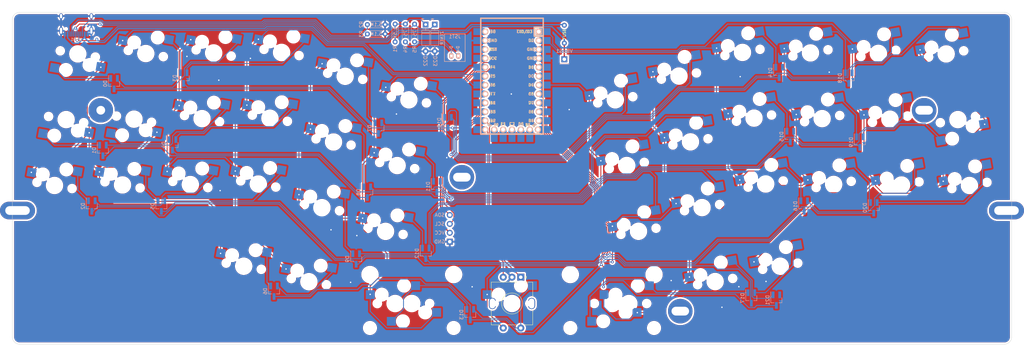
<source format=kicad_pcb>
(kicad_pcb (version 20211014) (generator pcbnew)
  (layers (0 "F.Cu" signal) (31 "B.Cu" signal) (34 "B.Paste" user) (35 "F.Paste" user) (36 "B.SilkS" user "B.Silkscreen") (37 "F.SilkS" user "F.Silkscreen") (38 "B.Mask" user) (39 "F.Mask" user) (44 "Edge.Cuts" user))
  (net 0 "")
  (net 1 "Net-(D0-Pad1)")
  (net 2 "Net-(D0-Pad2)")
  (net 3 "ROW0")
  (net 4 "Net-(D1-Pad1)")
  (net 5 "Net-(D1-Pad2)")
  (net 6 "ROW1")
  (net 7 "Net-(D2-Pad1)")
  (net 8 "Net-(D2-Pad2)")
  (net 9 "ROW2")
  (net 10 "Net-(D3-Pad1)")
  (net 11 "Net-(D3-Pad2)")
  (net 12 "ROW4")
  (net 13 "Net-(D4-Pad1)")
  (net 14 "Net-(D4-Pad2)")
  (net 15 "ROW5")
  (net 16 "Net-(D5-Pad1)")
  (net 17 "Net-(D5-Pad2)")
  (net 18 "ROW6")
  (net 19 "Net-(D6-Pad1)")
  (net 20 "Net-(D6-Pad2)")
  (net 21 "ROW7")
  (net 22 "Net-(D7-Pad1)")
  (net 23 "Net-(D7-Pad2)")
  (net 24 "Net-(D8-Pad1)")
  (net 25 "Net-(D8-Pad2)")
  (net 26 "Net-(D9-Pad1)")
  (net 27 "Net-(D9-Pad2)")
  (net 28 "Net-(D10-Pad1)")
  (net 29 "Net-(D10-Pad2)")
  (net 30 "Net-(D11-Pad1)")
  (net 31 "Net-(D11-Pad2)")
  (net 32 "Net-(D12-Pad1)")
  (net 33 "Net-(D12-Pad2)")
  (net 34 "Net-(D13-Pad1)")
  (net 35 "Net-(D13-Pad2)")
  (net 36 "Net-(D14-Pad1)")
  (net 37 "Net-(D14-Pad2)")
  (net 38 "Net-(D15-Pad1)")
  (net 39 "Net-(D15-Pad2)")
  (net 40 "Net-(D16-Pad1)")
  (net 41 "Net-(D16-Pad2)")
  (net 42 "Net-(D17-Pad1)")
  (net 43 "Net-(D17-Pad2)")
  (net 44 "ROW3")
  (net 45 "Net-(D18-Pad1)")
  (net 46 "Net-(D18-Pad2)")
  (net 47 "Net-(D19-Pad1)")
  (net 48 "Net-(D19-Pad2)")
  (net 49 "Net-(D20-Pad1)")
  (net 50 "Net-(D20-Pad2)")
  (net 51 "Net-(D21-Pad1)")
  (net 53 "GND")
  (net 54 "Net-(USB1-Pad5)")
  (net 55 "Net-(USB1-Pad6)")
  (net 56 "+5V")
  (net 57 "SCL")
  (net 58 "SDA")
  (net 59 "Net-(JST1-Pad1)")
  (net 60 "Net-(JST1-Pad2)")
  (net 61 "COL0")
  (net 62 "COL1")
  (net 63 "COL2")
  (net 64 "COL3")
  (net 65 "COL4")
  (net 66 "COL5")
  (net 67 "Net-(USB1-Pad4)")
  (net 68 "Net-(USB1-Pad10)")
  (net 69 "ENB")
  (net 70 "ENA")
  (net 80 "VCC")
  (net 81 "Net-(F1-Pad1)")
  (footprint "MX_Only:MXOnly-1U-Hotswap" (layer "F.Cu") (at 74.2925 113.975 -10)
    (fp_text reference "MX20")
    (fp_text value "MX-NoLED")
  )
  (footprint "MX_Only:MXOnly-1U-Hotswap" (layer "F.Cu") (at 262.73125 141.3775 10)
    (fp_text reference "MX74")
    (fp_text value "MX-NoLED")
  )
  (footprint "MX_Only:MXOnly-1U-Hotswap" (layer "F.Cu") (at 93.6925 113.815 -10)
    (fp_text reference "MX60")
    (fp_text value "MX-NoLED")
  )
  (footprint "MX_Only:MXOnly-1U-Hotswap" (layer "F.Cu") (at 168.7225 127.065 -10)
    (fp_text reference "MX62")
    (fp_text value "MX-NoLED")
  )
  (footprint "MX_Only:MXOnly-2U-Hotswap" (layer "F.Cu") (at 176.2125 147.6375 180)
    (fp_text reference "MX72")
    (fp_text value "MX-NoLED")
  )
  (footprint "MX_Only:MXOnly-1U-Hotswap" (layer "F.Cu") (at 277.1475 113.565 10)
    (fp_text reference "MX24")
    (fp_text value "MX-NoLED")
  )
  (footprint "cftkb:polyfuse_5.1mm" (layer "F.Cu") (at 219.71 70.8252 90)
    (fp_text reference "F1")
    (fp_text value "500mA")
  )
  (footprint "MX_Only:MXOnly-1U-Hotswap" (layer "F.Cu") (at 273.8175 94.765 10)
    (fp_text reference "MX14")
    (fp_text value "MX-NoLED")
  )
  (footprint "hole:PKRH" (layer "F.Cu") (at 322.3399 92.5208)
    (fp_text reference "HOLE" hide)
    (fp_text value "VAL**" hide)
  )
  (footprint "MX_Only:MXOnly-1U-Hotswap" (layer "F.Cu") (at 252.3975 82.765 10)
    (fp_text reference "MX43")
    (fp_text value "MX-NoLED")
  )
  (footprint "acheron_MX_PlateSlots:MX125" (layer "F.Cu") (at 146.84375 141.4175 80)
    (fp_text reference "REF**" hide)
    (fp_text value "MX125")
  )
  (footprint "MX_Only:MXOnly-1U-Hotswap" (layer "F.Cu") (at 153.8825 101.575 -10)
    (fp_text reference "MX12")
    (fp_text value "MX-NoLED")
  )
  (footprint "MX_Only:MXOnly-1.5U-Hotswap" (layer "F.Cu") (at 171.45 147.6375)
    (fp_text reference "MX72.150")
    (fp_text value "MX-NoLED")
  )
  (footprint "MX_Only:MXOnly-1U-Hotswap" (layer "F.Cu") (at 135.7325 94.795 -10)
    (fp_text reference "MX51")
    (fp_text value "MX-NoLED")
  )
  (footprint "MX_Only:MXOnly-1U-Hotswap" (layer "F.Cu") (at 281.29125 137.0075 10)
    (fp_text reference "MX35")
    (fp_text value "MX-NoLED")
  )
  (footprint "Keebio-Parts:RotaryEncoder_EC11" (layer "F.Cu") (at 204.7875 147.6375 -90)
    (fp_text reference "SWR1")
    (fp_text value "RotaryEncoder_Switch")
  )
  (footprint "MX_Only:MXOnly-1U-Hotswap" (layer "F.Cu") (at 335.2575 113.975 10)
    (fp_text reference "MX65")
    (fp_text value "MX-NoLED")
  )
  (footprint "MX_Only:MXOnly-1U-Hotswap" (layer "F.Cu") (at 119.6825 76.185 -10)
    (fp_text reference "MX01")
    (fp_text value "MX-NoLED")
  )
  (footprint "hole:PKRH" (layer "F.Cu") (at 252.7894 149.8207)
    (fp_text reference "HOLE" hide)
    (fp_text value "VAL**" hide)
  )
  (footprint "MX_Only:MXOnly-1U-Hotswap" (layer "F.Cu") (at 289.9175 76.165 10)
    (fp_text reference "MX44")
    (fp_text value "MX-NoLED")
  )
  (footprint "MX_Only:MXOnly-1U-Hotswap" (layer "F.Cu") (at 328.6275 76.455 10)
    (fp_text reference "MX45")
    (fp_text value "MX-NoLED")
  )
  (footprint "MX_Only:MXOnly-1U-Hotswap" (layer "F.Cu") (at 80.9425 76.455 170)
    (fp_text reference "MX00")
    (fp_text value "MX-NoLED")
  )
  (footprint "MX_Only:MXOnly-1U-Hotswap" (layer "F.Cu") (at 139.0525 76.045 -10)
    (fp_text reference "MX41")
    (fp_text value "MX-NoLED")
  )
  (footprint "Custom_Footprints:SSD1306_OLED" (layer "F.Cu") (at 204.7875 126.20625)
    (fp_text reference "J1")
    (fp_text value "OLED")
  )
  (footprint "hole:PKRHSL" (layer "F.Cu") (at 63.7489 121.1212)
    (fp_text reference "HOLE" hide)
    (fp_text value "VAL**" hide)
  )
  (footprint "MX_Only:MXOnly-1U-Hotswap" (layer "F.Cu") (at 113.0325 113.705 -10)
    (fp_text reference "MX21")
    (fp_text value "MX-NoLED")
  )
  (footprint "MX_Only:MXOnly-1U-Hotswap" (layer "F.Cu") (at 175.3725 89.545 -10)
    (fp_text reference "MX42")
    (fp_text value "MX-NoLED")
  )
  (footprint "MX_Only:MXOnly-1U-Hotswap" (layer "F.Cu") (at 150.5725 120.305 -10)
    (fp_text reference "MX22")
    (fp_text value "MX-NoLED")
  )
  (footprint "MX_Only:MXOnly-1U-Hotswap" (layer "F.Cu") (at 240.8675 127.045 10)
    (fp_text reference "MX23")
    (fp_text value "MX-NoLED")
  )
  (footprint "MX_Only:MXOnly-1U-Hotswap" (layer "F.Cu") (at 172.0325 108.295 -10)
    (fp_text reference "MX52")
    (fp_text value "MX-NoLED")
  )
  (footprint "acheron_MX_PlateSlots:MX125" (layer "F.Cu") (at 262.73125 141.3775 100)
    (fp_text reference "REF**" hide)
    (fp_text value "MX125")
  )
  (footprint "MX_Only:MXOnly-1U-Hotswap" (layer "F.Cu") (at 128.26375 137.0075 -10)
    (fp_text reference "MX70")
    (fp_text value "MX-NoLED")
  )
  (footprint "MX_Only:MXOnly-1U-Hotswap" (layer "F.Cu") (at 270.5275 76.025 10)
    (fp_text reference "MX04")
    (fp_text value "MX-NoLED")
  )
  (footprint "MX_Only:MXOnly-1U-Hotswap" (layer "F.Cu") (at 96.9725 95.065 170)
    (fp_text reference "MX50")
    (fp_text value "MX-NoLED")
  )
  (footprint "MX_Only:MXOnly-1U-Hotswap" (layer "F.Cu") (at 258.9975 120.285 10)
    (fp_text reference "MX63")
    (fp_text value "MX-NoLED")
  )
  (footprint "hole:PKRH" (layer "F.Cu") (at 190.49 111.62)
    (fp_text reference "HOLE" hide)
    (fp_text value "VAL**" hide)
  )
  (footprint "MX_Only:MXOnly-1U-Hotswap" (layer "F.Cu") (at 315.8875 113.835 10)
    (fp_text reference "MX25")
    (fp_text value "MX-NoLED")
  )
  (footprint "MX_Only:MXOnly-1U-Hotswap" (layer "F.Cu") (at 237.5175 108.275 10)
    (fp_text reference "MX13")
    (fp_text value "MX-NoLED")
  )
  (footprint "MX_Only:MXOnly-2U-Hotswap" (layer "F.Cu") (at 233.3625 147.6375 180)
    (fp_text reference "MX34")
    (fp_text value "MX-NoLED")
  )
  (footprint "MX_Only:MXOnly-1U-Hotswap" (layer "F.Cu") (at 77.6125 95.185 170)
    (fp_text reference "MX10")
    (fp_text value "MX-NoLED")
  )
  (footprint "MX_Only:MXOnly-1U-Hotswap" (layer "F.Cu") (at 312.5775 95.065 10)
    (fp_text reference "MX15")
    (fp_text value "MX-NoLED")
  )
  (footprint "MX_Only:MXOnly-1U-Hotswap" (layer "F.Cu") (at 234.2475 89.545 10)
    (fp_text reference "MX03")
    (fp_text value "MX-NoLED")
  )
  (footprint "MX_Only:MXOnly-1U-Hotswap" (layer "F.Cu") (at 309.2875 76.295 10)
    (fp_text reference "MX05")
    (fp_text value "MX-NoLED")
  )
  (footprint "MX_Only:MXOnly-1U-Hotswap" (layer "F.Cu") (at 132.41712 113.553371 -10)
    (fp_text reference "MX61")
    (fp_text value "MX-NoLED")
  )
  (footprint "MX_Only:MXOnly-1U-Hotswap" (layer "F.Cu") (at 157.2025 82.835 -10)
    (fp_text reference "MX02")
    (fp_text value "MX-NoLED")
  )
  (footprint "acheron_MX_PlateSlots:MX150" (layer "F.Cu") (at 281.29125 137.0075 100)
    (fp_text reference "REF**" hide)
    (fp_text value "MX150")
  )
  (footprint "MX_Only:MXOnly-1U-Hotswap" (layer "F.Cu") (at 204.7875 147.6375)
    (fp_text reference "MX73")
    (fp_text value "MX-NoLED")
  )
  (footprint "MX_Only:MXOnly-1U-Hotswap" (layer "F.Cu") (at 100.3325 76.345 -10)
    (fp_text reference "MX40")
    (fp_text value "MX-NoLED")
  )
  (footprint "MX_Only:MXOnly-1U-Hotswap" (layer "F.Cu") (at 116.3725 94.905 -10)
    (fp_text reference "MX11")
    (fp_text value "MX-NoLED")
  )
  (footprint "MX_Only:MXOnly-1U-Hotswap" (layer "F.Cu") (at 293.2475 94.905 10)
    (fp_text reference "MX54")
    (fp_text value "MX-NoLED")
  )
  (footprint "MX_Only:MXOnly-1U-Hotswap" (layer "F.Cu") (at 331.9675 95.185 -170)
    (fp_text reference "MX55")
    (fp_text value "MX-NoLED")
  )
  (footprint "MX_Only:MXOnly-1U-Hotswap" (layer "F.Cu") (at 255.6875 101.535 10)
    (fp_text reference "MX53")
    (fp_text value "MX-NoLED")
  )
  (footprint "MX_Only:MXOnly-1U-Hotswap" (layer "F.Cu") (at 296.5375 113.675 10)
    (fp_text reference "MX64")
    (fp_text value "MX-NoLED")
  )
  (footprint "MX_Only:MXOnly-1.5U-Hotswap" (layer "F.Cu") (at 238.125 147.6475)
    (fp_text reference "MX34.150")
    (fp_text value "MX-NoLED")
  )
  (footprint "hole:PKRHSL" (layer "F.Cu") (at 345.8312 121.1212)
    (fp_text reference "HOLE" hide)
    (fp_text value "VAL**" hide)
  )
  (footprint "hole:PKRHC" (layer "F.Cu") (at 87.4893 92.5208)
    (fp_text reference "HOLE" hide)
    (fp_text value "VAL**" hide)
  )
  (footprint "MX_Only:MXOnly-1U-Hotswap" (layer "F.Cu") (at 146.84375 141.4175 -10)
    (fp_text reference "MX71")
    (fp_text value "MX-NoLED")
  )
  (footprint "acheron_MX_PlateSlots:MX150" (layer "F.Cu") (at 128.26375 137.0075 80)
    (fp_text reference "REF**" hide)
    (fp_text value "MX150")
  )
  (footprint "Keebio-Parts:SOT-23_Handsoldering" (layer "B.Cu") (at 300.83125 83.34375 -90)
    (fp_text reference "D18")
    (fp_text value "BAV70")
  )
  (footprint "Resistor_THT:R_Axial_DIN0204_L3.6mm_D1.6mm_P5.08mm_Horizontal" (layer "B.Cu") (at 171.45 73.025 90)
    (fp_text reference "R1")
    (fp_text value "1.5K")
  )
  (footprint "Keebio-Parts:HRO-TYPE-C-31-M-12-Assembly" (layer "B.Cu") (at 80.49 63.0725)
    (fp_text reference "USB1")
    (fp_text value "USB-TYPE-C")
  )
  (footprint "Keebio-Parts:SOT-23_Handsoldering" (layer "B.Cu") (at 186.53125 96.04375 -90)
    (fp_text reference "D10")
    (fp_text value "BAV70")
  )
  (footprint "Connector_PinHeader_2.54mm:PinHeader_1x01_P2.54mm_Vertical" (layer "B.Cu") (at 219.71 77.978 180)
    (fp_text reference "VBUS1")
    (fp_text value "Conn_01x01_Female")
  )
  (footprint "Diode_THT:D_DO-35_SOD27_P7.62mm_Horizontal" (layer "B.Cu") (at 182.753 68.072 -90)
    (fp_text reference "D23")
    (fp_text value "3.6V")
  )
  (footprint "Resistor_THT:R_Axial_DIN0204_L3.6mm_D1.6mm_P5.08mm_Horizontal" (layer "B.Cu") (at 177.00625 73.025 90)
    (fp_text reference "R5")
    (fp_text value "75")
  )
  (footprint "Keebio-Parts:SOT-23_Handsoldering" (layer "B.Cu") (at 284.1625 100.0125 -90)
    (fp_text reference "D15")
    (fp_text value "BAV70")
  )
  (footprint "Keebio-Parts:SOT-23_Handsoldering" (layer "B.Cu") (at 91.28125 84.93125 -90)
    (fp_text reference "D0")
    (fp_text value "BAV70")
  )
  (footprint "Keebio-Parts:SOT-23_Handsoldering" (layer "B.Cu") (at 160.3375 134.9375 -90)
    (fp_text reference "D9")
    (fp_text value "BAV70")
  )
  (footprint "keyboard_parts:JST_PH2_TH" (layer "B.Cu") (at 188.468 77.001 180)
    (fp_text reference "JST1")
    (fp_text value "Conn_01x02_Female" hide)
  )
  (footprint "Keebio-Parts:SOT-23_Handsoldering" (layer "B.Cu") (at 84.93125 119.85625 -90)
    (fp_text reference "D2")
    (fp_text value "BAV70")
  )
  (footprint "Keebio-Parts:SOT-23_Handsoldering" (layer "B.Cu") (at 136.906 144.145 -90)
    (fp_text reference "D6")
    (fp_text value "BAV70")
  )
  (footprint "Keebio-Parts:SOT-23_Handsoldering" (layer "B.Cu") (at 111.125 83.34375 -90)
    (fp_text reference "D3")
    (fp_text value "BAV70")
  )
  (footprint "Keebio-Parts:SOT-23_Handsoldering" (layer "B.Cu") (at 183.35625 114.3 -90)
    (fp_text reference "D11")
    (fp_text value "BAV70")
  )
  (footprint "Keebio-Parts:SOT-23_Handsoldering" (layer "B.Cu") (at 192.88125 150.8125 -90)
    (fp_text reference "D13")
    (fp_text value "BAV70")
  )
  (footprint "Keebio-Parts:Elite-C-castellated-29pin-holes" (layer "B.Cu") (at 204.7875 84.062 -90)
    (fp_text reference "U1" hide)
    (fp_text value "Elite-C" hide)
  )
  (footprint "Keebio-Parts:SOT-23_Handsoldering" (layer "B.Cu") (at 166.6875 97.63125 -90)
    (fp_text reference "D7")
    (fp_text value "BAV70")
  )
  (footprint "Resistor_THT:R_Axial_DIN0204_L3.6mm_D1.6mm_P5.08mm_Horizontal" (layer "B.Cu") (at 163.5252 68.072)
    (fp_text reference "R2")
    (fp_text value "5.1K")
  )
  (footprint "Keebio-Parts:SOT-23_Handsoldering" (layer "B.Cu") (at 288.13125 119.85625 -90)
    (fp_text reference "D16")
    (fp_text value "BAV70")
  )
  (footprint "Keebio-Parts:SOT-23_Handsoldering" (layer "B.Cu") (at 88.10625 103.98125 -90)
    (fp_text reference "D1")
    (fp_text value "BAV70")
  )
  (footprint "Keebio-Parts:SOT-23_Handsoldering" (layer "B.Cu") (at 280.9875 81.75625 -90)
    (fp_text reference "D14")
    (fp_text value "BAV70")
  )
  (footprint "Keebio-Parts:SOT-23_Handsoldering" (layer "B.Cu") (at 104.775 119.85625 -90)
    (fp_text reference "D5")
    (fp_text value "BAV70")
  )
  (footprint "Keebio-Parts:SOT-23_Handsoldering" (layer "B.Cu") (at 180.18125 133.35 -90)
    (fp_text reference "D12")
    (fp_text value "BAV70")
  )
  (footprint "Keebio-Parts:SOT-23_Handsoldering" (layer "B.Cu") (at 163.5125 115.8875 -90)
    (fp_text reference "D8")
    (fp_text value "BAV70")
  )
  (footprint "Keebio-Parts:SOT-23_Handsoldering" (layer "B.Cu") (at 273.05 146.05 -90)
    (fp_text reference "D17")
    (fp_text value "BAV70")
  )
  (footprint "Keebio-Parts:SOT-23_Handsoldering" (layer "B.Cu") (at 307.975 120.3452 -90)
    (fp_text reference "D20")
    (fp_text value "BAV70")
  )
  (footprint "Diode_THT:D_DO-35_SOD27_P7.62mm_Horizontal" (layer "B.Cu") (at 180.1495 68.072 -90)
    (fp_text reference "D22")
    (fp_text value "3.6V")
  )
  (footprint "Keebio-Parts:SOT-23_Handsoldering" (layer "B.Cu") (at 304.00625 101.6 -90)
    (fp_text reference "D19")
    (fp_text value "BAV70")
  )
  (footprint "Resistor_THT:R_Axial_DIN0204_L3.6mm_D1.6mm_P5.08mm_Horizontal" (layer "B.Cu") (at 174.371 73.025 90)
    (fp_text reference "R4")
    (fp_text value "75")
  )
  (footprint "Keebio-Parts:SOT-23_Handsoldering" (layer "B.Cu") (at 107.95 102.39375 -90)
    (fp_text reference "D4")
    (fp_text value "BAV70")
  )
  (footprint "Keebio-Parts:SOT-23_Handsoldering" (layer "B.Cu") (at 280.19375 146.685 -90)
    (fp_text reference "D21")
    (fp_text value "BAV70")
  )
  (footprint "Resistor_THT:R_Axial_DIN0204_L3.6mm_D1.6mm_P5.08mm_Horizontal" (layer "B.Cu") (at 163.5252 70.7644)
    (fp_text reference "R3")
    (fp_text value "5.1K")
  )
  (gr_line (start 64.29 64.62) (end 345.29 64.62) (layer "Edge.Cuts") (width 0.0991))
  (gr_arc (start 345.29 64.62) (mid 346.703794 65.205358) (end 347.29 66.6188) (layer "Edge.Cuts") (width 0.0991))
  (gr_arc (start 347.29 157.2212) (mid 346.703784 158.634632) (end 345.29 159.22) (layer "Edge.Cuts") (width 0.0991))
  (gr_line (start 62.29 157.2212) (end 62.29 66.6188) (layer "Edge.Cuts") (width 0.0991))
  (gr_line (start 347.29 66.6188) (end 347.29 157.2212) (layer "Edge.Cuts") (width 0.0991))
  (gr_line (start 345.29 159.22) (end 64.29 159.22) (layer "Edge.Cuts") (width 0.0991))
  (gr_arc (start 62.29 66.6188) (mid 62.876208 65.205359) (end 64.29 64.62) (layer "Edge.Cuts") (width 0.0991))
  (gr_arc (start 64.29 159.22) (mid 62.876212 158.634636) (end 62.29 157.2212) (layer "Edge.Cuts") (width 0.0991))
  (gr_text "D+" (at 189.357 75.057 90) (layer "B.SilkS") (effects (font (size 0.8 0.8)) (justify mirror)))
  (gr_text "D-" (at 187.452 75.057 90) (layer "B.SilkS") (effects (font (size 0.8 0.8)) (justify mirror)))
  (gr_text "ZENER" (at 184.785 71.9455 90) (layer "B.SilkS") (effects (font (size 0.8 0.8)) (justify mirror)))
  (segment (start 77.294999 83.43125) (end 90.33125 83.43125) (width 0.25) (layer "B.Cu") (net 1))
  (segment (start 74.30712 80.443371) (end 77.294999 83.43125) (width 0.25) (layer "B.Cu") (net 1))
  (segment (start 111.350489 82.667283) (end 111.350489 80.569239) (width 0.25) (layer "B.Cu") (net 2))
  (segment (start 94.23173 85.98173) (end 108.036042 85.98173) (width 0.25) (layer "B.Cu") (net 2))
  (segment (start 92.23125 83.98125) (end 94.23173 85.98173) (width 0.25) (layer "B.Cu") (net 2))
  (segment (start 108.036042 85.98173) (end 111.350489 82.667283) (width 0.25) (layer "B.Cu") (net 2))
  (segment (start 113.179728 78.74) (end 121.043792 78.74) (width 0.25) (layer "B.Cu") (net 2))
  (segment (start 92.23125 83.43125) (end 92.23125 83.98125) (width 0.25) (layer "B.Cu") (net 2))
  (segment (start 126.31788 73.465912) (end 126.31788 72.196629) (width 0.25) (layer "B.Cu") (net 2))
  (segment (start 111.350489 80.569239) (end 113.179728 78.74) (width 0.25) (layer "B.Cu") (net 2))
  (segment (start 121.043792 78.74) (end 126.31788 73.465912) (width 0.25) (layer "B.Cu") (net 2))
  (segment (start 195.966689 93.517093) (end 195.966689 91.612811) (width 0.25) (layer "F.Cu") (net 3))
  (segment (start 195.966689 91.612811) (end 197.1675 90.412) (width 0.25) (layer "F.Cu") (net 3))
  (segment (start 188.526491 100.957291) (end 195.966689 93.517093) (width 0.25) (layer "F.Cu") (net 3))
  (segment (start 188.526491 104.019378) (end 188.526491 100.957291) (width 0.25) (layer "F.Cu") (net 3))
  (segment (start 187.389869 105.156) (end 188.526491 104.019378) (width 0.25) (layer "F.Cu") (net 3))
  (via (at 187.389869 105.156) (size 0.8) (drill 0.4) (layers "F.Cu" "B.Cu") (net 3))
  (segment (start 244.475 94.996) (end 231.902 94.996) (width 0.25) (layer "B.Cu") (net 3))
  (segment (start 219.964 106.934) (end 189.484 106.934) (width 0.25) (layer "B.Cu") (net 3))
  (segment (start 166.6875 99.13125) (end 167.82548 97.99327) (width 0.25) (layer "B.Cu") (net 3))
  (segment (start 185.11527 97.99327) (end 187.62744 100.50544) (width 0.25) (layer "B.Cu") (net 3))
  (segment (start 167.82548 97.99327) (end 185.11527 97.99327) (width 0.25) (layer "B.Cu") (net 3))
  (segment (start 187.706 105.156) (end 187.389869 105.156) (width 0.25) (layer "B.Cu") (net 3))
  (segment (start 91.28125 86.43125) (end 152.47125 86.43125) (width 0.25) (layer "B.Cu") (net 3))
  (segment (start 187.62744 100.50544) (end 187.62744 104.918429) (width 0.25) (layer "B.Cu") (net 3))
  (segment (start 187.62744 104.918429) (end 187.389869 105.156) (width 0.25) (layer "B.Cu") (net 3))
  (segment (start 252.73 86.741) (end 244.475 94.996) (width 0.25) (layer "B.Cu") (net 3))
  (segment (start 274.62975 83.25625) (end 271.145 86.741) (width 0.25) (layer "B.Cu") (net 3))
  (segment (start 280.9875 83.25625) (end 274.62975 83.25625) (width 0.25) (layer "B.Cu") (net 3))
  (segment (start 189.484 106.934) (end 187.706 105.156) (width 0.25) (layer "B.Cu") (net 3))
  (segment (start 165.17125 99.13125) (end 166.6875 99.13125) (width 0.25) (layer "B.Cu") (net 3))
  (segment (start 231.902 94.996) (end 219.964 106.934) (width 0.25) (layer "B.Cu") (net 3))
  (segment (start 152.47125 86.43125) (end 165.17125 99.13125) (width 0.25) (layer "B.Cu") (net 3))
  (segment (start 271.145 86.741) (end 252.73 86.741) (width 0.25) (layer "B.Cu") (net 3))
  (segment (start 70.97712 99.173371) (end 74.284999 102.48125) (width 0.25) (layer "B.Cu") (net 4))
  (segment (start 74.284999 102.48125) (end 87.15625 102.48125) (width 0.25) (layer "B.Cu") (net 4))
  (segment (start 116.716365 98.679) (end 123.00788 92.387485) (width 0.25) (layer "B.Cu") (net 5))
  (segment (start 107.95 99.844728) (end 109.115728 98.679) (width 0.25) (layer "B.Cu") (net 5))
  (segment (start 107.411522 102.48125) (end 107.95 101.942772) (width 0.25) (layer "B.Cu") (net 5))
  (segment (start 123.00788 92.387485) (end 123.00788 90.916629) (width 0.25) (layer "B.Cu") (net 5))
  (segment (start 89.05625 102.48125) (end 107.411522 102.48125) (width 0.25) (layer "B.Cu") (net 5))
  (segment (start 109.115728 98.679) (end 116.716365 98.679) (width 0.25) (layer "B.Cu") (net 5))
  (segment (start 107.95 101.942772) (end 107.95 99.844728) (width 0.25) (layer "B.Cu") (net 5))
  (segment (start 224.778386 108.088614) (end 214.728271 98.038499) (width 0.25) (layer "F.Cu") (net 6))
  (segment (start 213.608311 90.977094) (end 213.608311 89.072811) (width 0.25) (layer "F.Cu") (net 6))
  (segment (start 214.165129 91.533912) (end 213.608311 90.977094) (width 0.25) (layer "F.Cu") (net 6))
  (segment (start 214.165129 93.438194) (end 214.165129 91.533912) (width 0.25) (layer "F.Cu") (net 6))
  (segment (start 214.507351 95.6847) (end 214.507351 93.780416) (width 0.25) (layer "F.Cu") (net 6))
  (segment (start 214.728271 98.038499) (end 214.728271 95.90562) (width 0.25) (layer "F.Cu") (net 6))
  (segment (start 214.728271 95.90562) (end 214.507351 95.6847) (width 0.25) (layer "F.Cu") (net 6))
  (segment (start 214.507351 93.780416) (end 214.165129 93.438194) (width 0.25) (layer "F.Cu") (net 6))
  (segment (start 229.250347 112.881923) (end 229.250347 112.535913) (width 0.25) (layer "F.Cu") (net 6))
  (segment (start 229.250347 112.535913) (end 224.803048 108.088614) (width 0.25) (layer "F.Cu") (net 6))
  (segment (start 224.803048 108.088614) (end 224.778386 108.088614) (width 0.25) (layer "F.Cu") (net 6))
  (segment (start 213.608311 89.072811) (end 212.4075 87.872) (width 0.25) (layer "F.Cu") (net 6))
  (via (at 229.250347 112.881923) (size 0.8) (drill 0.4) (layers "F.Cu" "B.Cu") (net 6))
  (segment (start 163.5125 117.3875) (end 163.5125 117.32902) (width 0.25) (layer "B.Cu") (net 6))
  (segment (start 241.682809 109.091908) (end 274.956809 109.091908) (width 0.25) (layer "B.Cu") (net 6))
  (segment (start 231.42821 111.092941) (end 238.219941 111.092941) (width 0.25) (layer "B.Cu") (net 6))
  (segment (start 274.956809 109.091908) (end 282.536218 101.5125) (width 0.25) (layer "B.Cu") (net 6))
  (segment (start 88.10625 105.48125) (end 88.75625 105.48125) (width 0.25) (layer "B.Cu") (net 6))
  (segment (start 104.94727 102.93077) (end 107.49775 105.48125) (width 0.25) (layer "B.Cu") (net 6))
  (segment (start 107.49775 105.48125) (end 149.55025 105.48125) (width 0.25) (layer "B.Cu") (net 6))
  (segment (start 181.78152 116.24952) (end 182.606511 117.074511) (width 0.25) (layer "B.Cu") (net 6))
  (segment (start 182.606511 117.074511) (end 185.358348 117.074511) (width 0.25) (layer "B.Cu") (net 6))
  (segment (start 91.30673 102.93077) (end 104.94727 102.93077) (width 0.25) (layer "B.Cu") (net 6))
  (segment (start 229.250347 112.881923) (end 229.250347 113.270805) (width 0.25) (layer "B.Cu") (net 6))
  (segment (start 163.5125 117.32902) (end 164.592 116.24952) (width 0.25) (layer "B.Cu") (net 6))
  (segment (start 238.219941 111.092941) (end 239.681776 111.092941) (width 0.25) (layer "B.Cu") (net 6))
  (segment (start 188.33096 117.99304) (end 224.528111 117.99304) (width 0.25) (layer "B.Cu") (net 6))
  (segment (start 88.75625 105.48125) (end 91.30673 102.93077) (width 0.25) (layer "B.Cu") (net 6))
  (segment (start 185.358348 117.074511) (end 186.826848 118.543011) (width 0.25) (layer "B.Cu") (net 6))
  (segment (start 186.826848 118.543011) (end 187.780989 118.543011) (width 0.25) (layer "B.Cu") (net 6))
  (segment (start 239.681776 111.092941) (end 241.682809 109.091908) (width 0.25) (layer "B.Cu") (net 6))
  (segment (start 229.618151 112.903) (end 231.42821 111.092941) (width 0.25) (layer "B.Cu") (net 6))
  (segment (start 224.528111 117.99304) (end 228.791576 113.729576) (width 0.25) (layer "B.Cu") (net 6))
  (segment (start 229.250347 112.881923) (end 229.271424 112.903) (width 0.25) (layer "B.Cu") (net 6))
  (segment (start 229.250347 113.270805) (end 228.791576 113.729576) (width 0.25) (layer "B.Cu") (net 6))
  (segment (start 187.780989 118.543011) (end 188.33096 117.99304) (width 0.25) (layer "B.Cu") (net 6))
  (segment (start 231.428212 111.092941) (end 232.250941 111.092941) (width 0.25) (layer "B.Cu") (net 6))
  (segment (start 282.536218 101.5125) (end 284.1625 101.5125) (width 0.25) (layer "B.Cu") (net 6))
  (segment (start 232.250941 111.092941) (end 238.219941 111.092941) (width 0.25) (layer "B.Cu") (net 6))
  (segment (start 149.55025 105.48125) (end 161.4565 117.3875) (width 0.25) (layer "B.Cu") (net 6))
  (segment (start 229.271424 112.903) (end 229.618151 112.903) (width 0.25) (layer "B.Cu") (net 6))
  (segment (start 161.4565 117.3875) (end 163.5125 117.3875) (width 0.25) (layer "B.Cu") (net 6))
  (segment (start 164.592 116.24952) (end 181.78152 116.24952) (width 0.25) (layer "B.Cu") (net 6))
  (segment (start 80.92788 109.986629) (end 80.92788 114.33462) (width 0.25) (layer "B.Cu") (net 7))
  (segment (start 80.92788 115.30288) (end 80.92788 114.33462) (width 0.25) (layer "B.Cu") (net 7))
  (segment (start 83.98125 118.35625) (end 80.92788 115.30288) (width 0.25) (layer "B.Cu") (net 7))
  (segment (start 105.000489 119.179783) (end 105.000489 117.122511) (width 0.25) (layer "B.Cu") (net 8))
  (segment (start 105.000489 117.122511) (end 105.9815 116.1415) (width 0.25) (layer "B.Cu") (net 8))
  (segment (start 104.549511 119.630761) (end 105.000489 119.179783) (width 0.25) (layer "B.Cu") (net 8))
  (segment (start 87.155761 119.630761) (end 104.549511 119.630761) (width 0.25) (layer "B.Cu") (net 8))
  (segment (start 105.9815 116.1415) (end 114.4905 116.1415) (width 0.25) (layer "B.Cu") (net 8))
  (segment (start 119.66788 110.96412) (end 119.66788 109.716629) (width 0.25) (layer "B.Cu") (net 8))
  (segment (start 85.88125 118.35625) (end 87.155761 119.630761) (width 0.25) (layer "B.Cu") (net 8))
  (segment (start 114.4905 116.1415) (end 119.66788 110.96412) (width 0.25) (layer "B.Cu") (net 8))
  (segment (start 213.608311 94.152811) (end 212.4075 92.952) (width 0.25) (layer "F.Cu") (net 9))
  (segment (start 232.25198 132.873738) (end 232.25198 125.700416) (width 0.25) (layer "F.Cu") (net 9))
  (segment (start 229.22496 122.673395) (end 229.22496 114.516868) (width 0.25) (layer "F.Cu") (net 9))
  (segment (start 228.076316 113.368223) (end 228.076316 112.633316) (width 0.25) (layer "F.Cu") (net 9))
  (segment (start 231.830265 134.3285) (end 231.830265 133.295453) (width 0.25) (layer "F.Cu") (net 9))
  (segment (start 228.051652 112.633316) (end 213.829231 98.410895) (width 0.25) (layer "F.Cu") (net 9))
  (segment (start 213.829231 96.278014) (end 213.608311 96.057094) (width 0.25) (layer "F.Cu") (net 9))
  (segment (start 231.830265 133.295453) (end 232.25198 132.873738) (width 0.25) (layer "F.Cu") (net 9))
  (segment (start 228.076316 112.633316) (end 228.051652 112.633316) (width 0.25) (layer "F.Cu") (net 9))
  (segment (start 229.22496 114.516868) (end 228.076316 113.368223) (width 0.25) (layer "F.Cu") (net 9))
  (segment (start 213.608311 96.057094) (end 213.608311 94.152811) (width 0.25) (layer "F.Cu") (net 9))
  (segment (start 213.829231 98.410895) (end 213.829231 96.278014) (width 0.25) (layer "F.Cu") (net 9))
  (segment (start 232.25198 125.700416) (end 229.22496 122.673395) (width 0.25) (layer "F.Cu") (net 9))
  (via (at 231.830265 134.3285) (size 0.8) (drill 0.4) (layers "F.Cu" "B.Cu") (net 9))
  (segment (start 277.368 129.794) (end 263.652 129.794) (width 0.25) (layer "B.Cu") (net 9))
  (segment (start 228.561218 136.4375) (end 230.670218 134.3285) (width 0.25) (layer "B.Cu") (net 9))
  (segment (start 84.93125 121.35625) (end 85.27275 121.35625) (width 0.25) (layer "B.Cu") (net 9))
  (segment (start 104.215761 122.630761) (end 105.499511 122.630761) (width 0.25) (layer "B.Cu") (net 9))
  (segment (start 263.652 129.794) (end 257.0085 136.4375) (width 0.25) (layer "B.Cu") (net 9))
  (segment (start 85.27275 121.35625) (end 86.548719 120.080281) (width 0.25) (layer "B.Cu") (net 9))
  (segment (start 237.078823 136.4375) (end 234.969822 134.3285) (width 0.25) (layer "B.Cu") (net 9))
  (segment (start 278.330196 129.794) (end 286.767946 121.35625) (width 0.25) (layer "B.Cu") (net 9))
  (segment (start 257.0085 136.4375) (end 237.078823 136.4375) (width 0.25) (layer "B.Cu") (net 9))
  (segment (start 160.3375 136.25202) (end 160.3375 136.4375) (width 0.25) (layer "B.Cu") (net 9))
  (segment (start 105.499511 122.630761) (end 108.874982 119.25529) (width 0.25) (layer "B.Cu") (net 9))
  (segment (start 86.548719 120.080281) (end 101.665281 120.080281) (width 0.25) (layer "B.Cu") (net 9))
  (segment (start 160.92224 136.4375) (end 163.0232 134.33654) (width 0.25) (layer "B.Cu") (net 9))
  (segment (start 154.290761 135.29952) (end 159.385 135.29952) (width 0.25) (layer "B.Cu") (net 9))
  (segment (start 230.670218 134.3285) (end 231.830265 134.3285) (width 0.25) (layer "B.Cu") (net 9))
  (segment (start 108.874982 119.25529) (end 138.24653 119.25529) (width 0.25) (layer "B.Cu") (net 9))
  (segment (start 286.767946 121.35625) (end 288.13125 121.35625) (width 0.25) (layer "B.Cu") (net 9))
  (segment (start 234.969822 134.3285) (end 231.830265 134.3285) (width 0.25) (layer "B.Cu") (net 9))
  (segment (start 277.368 129.794) (end 278.330196 129.794) (width 0.25) (layer "B.Cu") (net 9))
  (segment (start 177.64354 134.33654) (end 179.7445 136.4375) (width 0.25) (layer "B.Cu") (net 9))
  (segment (start 160.3375 136.4375) (end 160.92224 136.4375) (width 0.25) (layer "B.Cu") (net 9))
  (segment (start 138.24653 119.25529) (end 154.290761 135.29952) (width 0.25) (layer "B.Cu") (net 9))
  (segment (start 159.385 135.29952) (end 160.3375 136.25202) (width 0.25) (layer "B.Cu") (net 9))
  (segment (start 179.7445 136.4375) (end 228.561218 136.4375) (width 0.25) (layer "B.Cu") (net 9))
  (segment (start 101.665281 120.080281) (end 104.215761 122.630761) (width 0.25) (layer "B.Cu") (net 9))
  (segment (start 163.0232 134.33654) (end 177.64354 134.33654) (width 0.25) (layer "B.Cu") (net 9))
  (segment (start 110.175 75.563749) (end 106.96788 72.356629) (width 0.25) (layer "B.Cu") (net 10))
  (segment (start 110.175 81.84375) (end 110.175 75.563749) (width 0.25) (layer "B.Cu") (net 10))
  (segment (start 139.257434 79.18952) (end 145.68788 72.759074) (width 0.25) (layer "B.Cu") (net 11))
  (segment (start 113.365926 79.18952) (end 139.257434 79.18952) (width 0.25) (layer "B.Cu") (net 11))
  (segment (start 112.075 81.84375) (end 112.075 80.480446) (width 0.25) (layer "B.Cu") (net 11))
  (segment (start 145.68788 72.759074) (end 145.68788 72.056629) (width 0.25) (layer "B.Cu") (net 11))
  (segment (start 112.075 80.480446) (end 113.365926 79.18952) (width 0.25) (layer "B.Cu") (net 11))
  (segment (start 191.312064 97.536) (end 195.517169 93.330895) (width 0.25) (layer "F.Cu") (net 12))
  (segment (start 187.80198 97.536) (end 191.312064 97.536) (width 0.25) (layer "F.Cu") (net 12))
  (segment (start 195.517169 91.426614) (end 195.966689 90.977094) (width 0.25) (layer "F.Cu") (net 12))
  (segment (start 195.966689 90.977094) (end 195.966689 89.072811) (width 0.25) (layer "F.Cu") (net 12))
  (segment (start 195.517169 93.330895) (end 195.517169 91.426614) (width 0.25) (layer "F.Cu") (net 12))
  (segment (start 195.966689 89.072811) (end 197.1675 87.872) (width 0.25) (layer "F.Cu") (net 12))
  (via (at 187.80198 97.536) (size 0.8) (drill 0.4) (layers "F.Cu" "B.Cu") (net 12))
  (segment (start 279.52427 82.80673) (end 279.527 82.804) (width 0.25) (layer "B.Cu") (net 12))
  (segment (start 299.555281 83.567781) (end 300.83125 84.84375) (width 0.25) (layer "B.Cu") (net 12))
  (segment (start 164.219468 97.54375) (end 186.53125 97.54375) (width 0.25) (layer "B.Cu") (net 12))
  (segment (start 231.715803 94.54648) (end 244.288802 94.54648) (width 0.25) (layer "B.Cu") (net 12))
  (segment (start 284.613313 83.567781) (end 299.555281 83.567781) (width 0.25) (layer "B.Cu") (net 12))
  (segment (start 283.027271 81.981739) (end 284.613313 83.567781) (width 0.25) (layer "B.Cu") (net 12))
  (segment (start 111.125 84.84375) (end 112.26298 85.98173) (width 0.25) (layer "B.Cu") (net 12))
  (segment (start 112.26298 85.98173) (end 152.657448 85.98173) (width 0.25) (layer "B.Cu") (net 12))
  (segment (start 252.543802 86.29148) (end 270.958803 86.29148) (width 0.25) (layer "B.Cu") (net 12))
  (segment (start 187.833 97.536) (end 188.07696 97.77996) (width 0.25) (layer "B.Cu") (net 12))
  (segment (start 279.527 82.804) (end 279.527 82.717728) (width 0.25) (layer "B.Cu") (net 12))
  (segment (start 189.670198 106.48448) (end 219.777803 106.48448) (width 0.25) (layer "B.Cu") (net 12))
  (segment (start 152.657448 85.98173) (end 164.219468 97.54375) (width 0.25) (layer "B.Cu") (net 12))
  (segment (start 274.443553 82.80673) (end 279.52427 82.80673) (width 0.25) (layer "B.Cu") (net 12))
  (segment (start 187.80198 97.536) (end 187.833 97.536) (width 0.25) (layer "B.Cu") (net 12))
  (segment (start 280.262989 81.981739) (end 283.027271 81.981739) (width 0.25) (layer "B.Cu") (net 12))
  (segment (start 244.288802 94.54648) (end 252.543802 86.29148) (width 0.25) (layer "B.Cu") (net 12))
  (segment (start 279.527 82.717728) (end 280.262989 81.981739) (width 0.25) (layer "B.Cu") (net 12))
  (segment (start 186.53125 97.54375) (end 187.79423 97.54375) (width 0.25) (layer "B.Cu") (net 12))
  (segment (start 219.777803 106.48448) (end 231.715803 94.54648) (width 0.25) (layer "B.Cu") (net 12))
  (segment (start 188.07696 104.891242) (end 189.670198 106.48448) (width 0.25) (layer "B.Cu") (net 12))
  (segment (start 188.07696 97.77996) (end 188.07696 104.891242) (width 0.25) (layer "B.Cu") (net 12))
  (segment (start 187.79423 97.54375) (end 187.80198 97.536) (width 0.25) (layer "B.Cu") (net 12))
  (segment (start 270.958803 86.29148) (end 274.443553 82.80673) (width 0.25) (layer "B.Cu") (net 12))
  (segment (start 90.33712 99.053371) (end 93.315478 102.03173) (width 0.25) (layer "B.Cu") (net 13))
  (segment (start 93.315478 102.03173) (end 105.86202 102.03173) (width 0.25) (layer "B.Cu") (net 13))
  (segment (start 105.86202 102.03173) (end 107 100.89375) (width 0.25) (layer "B.Cu") (net 13))
  (segment (start 136.713533 97.163421) (end 118.867663 97.163421) (width 0.25) (layer "B.Cu") (net 14))
  (segment (start 118.867663 97.163421) (end 116.902563 99.12852) (width 0.25) (layer "B.Cu") (net 14))
  (segment (start 108.9 100.34375) (end 108.9 100.89375) (width 0.25) (layer "B.Cu") (net 14))
  (segment (start 142.36788 91.509074) (end 136.713533 97.163421) (width 0.25) (layer "B.Cu") (net 14))
  (segment (start 116.902563 99.12852) (end 110.11523 99.12852) (width 0.25) (layer "B.Cu") (net 14))
  (segment (start 110.11523 99.12852) (end 108.9 100.34375) (width 0.25) (layer "B.Cu") (net 14))
  (segment (start 142.36788 90.806629) (end 142.36788 91.509074) (width 0.25) (layer "B.Cu") (net 14))
  (segment (start 197.1675 92.952) (end 188.976011 101.143489) (width 0.25) (layer "F.Cu") (net 15))
  (segment (start 185.81806 116.246691) (end 187.389869 117.8185) (width 0.25) (layer "F.Cu") (net 15))
  (segment (start 185.81806 107.752423) (end 185.81806 116.246691) (width 0.25) (layer "F.Cu") (net 15))
  (segment (start 188.976011 104.594472) (end 185.81806 107.752423) (width 0.25) (layer "F.Cu") (net 15))
  (segment (start 188.976011 101.143489) (end 188.976011 104.594472) (width 0.25) (layer "F.Cu") (net 15))
  (via (at 187.389869 117.8185) (size 0.8) (drill 0.4) (layers "F.Cu" "B.Cu") (net 15))
  (segment (start 285.149272 100.237989) (end 283.175011 100.237989) (width 0.25) (layer "B.Cu") (net 15))
  (segment (start 274.770612 108.642388) (end 241.496612 108.642388) (width 0.25) (layer "B.Cu") (net 15))
  (segment (start 184.719555 115.8) (end 183.35625 115.8) (width 0.25) (layer "B.Cu") (net 15))
  (segment (start 224.341914 117.54352) (end 187.664849 117.54352) (width 0.25) (layer "B.Cu") (net 15))
  (segment (start 109.08798 105.03173) (end 107.95 103.89375) (width 0.25) (layer "B.Cu") (net 15))
  (segment (start 183.35625 115.8) (end 160.504718 115.8) (width 0.25) (layer "B.Cu") (net 15))
  (segment (start 283.175011 100.237989) (end 274.770612 108.642388) (width 0.25) (layer "B.Cu") (net 15))
  (segment (start 228.35604 112.751616) (end 228.35604 113.529394) (width 0.25) (layer "B.Cu") (net 15))
  (segment (start 187.664849 117.54352) (end 187.389869 117.8185) (width 0.25) (layer "B.Cu") (net 15))
  (segment (start 231.242012 110.643421) (end 229.728021 112.157412) (width 0.25) (layer "B.Cu") (net 15))
  (segment (start 229.728021 112.157412) (end 228.950244 112.157412) (width 0.25) (layer "B.Cu") (net 15))
  (segment (start 228.950244 112.157412) (end 228.35604 112.751616) (width 0.25) (layer "B.Cu") (net 15))
  (segment (start 186.738055 117.8185) (end 187.389869 117.8185) (width 0.25) (layer "B.Cu") (net 15))
  (segment (start 304.00625 103.1) (end 303.46377 102.55752) (width 0.25) (layer "B.Cu") (net 15))
  (segment (start 287.468803 102.55752) (end 285.149272 100.237989) (width 0.25) (layer "B.Cu") (net 15))
  (segment (start 303.46377 102.55752) (end 287.468803 102.55752) (width 0.25) (layer "B.Cu") (net 15))
  (segment (start 149.736448 105.03173) (end 109.08798 105.03173) (width 0.25) (layer "B.Cu") (net 15))
  (segment (start 239.495579 110.643421) (end 231.242012 110.643421) (width 0.25) (layer "B.Cu") (net 15))
  (segment (start 241.496612 108.642388) (end 239.495579 110.643421) (width 0.25) (layer "B.Cu") (net 15))
  (segment (start 184.719555 115.8) (end 186.738055 117.8185) (width 0.25) (layer "B.Cu") (net 15))
  (segment (start 228.35604 113.529394) (end 224.341914 117.54352) (width 0.25) (layer "B.Cu") (net 15))
  (segment (start 160.504718 115.8) (end 149.736448 105.03173) (width 0.25) (layer "B.Cu") (net 15))
  (segment (start 100.32788 109.826629) (end 100.32788 113.02788) (width 0.25) (layer "B.Cu") (net 16))
  (segment (start 103.825 118.35625) (end 100.32788 114.85913) (width 0.25) (layer "B.Cu") (net 16))
  (segment (start 100.32788 114.85913) (end 100.32788 113.02788) (width 0.25) (layer "B.Cu") (net 16))
  (segment (start 130.963696 118.35625) (end 132.787973 116.531973) (width 0.25) (layer "B.Cu") (net 17))
  (segment (start 132.787973 116.531973) (end 139.0525 110.267445) (width 0.25) (layer "B.Cu") (net 17))
  (segment (start 105.725 118.35625) (end 130.963696 118.35625) (width 0.25) (layer "B.Cu") (net 17))
  (segment (start 139.0525 110.267445) (end 139.0525 109.565) (width 0.25) (layer "B.Cu") (net 17))
  (segment (start 214.057831 95.870897) (end 214.057831 93.966613) (width 0.25) (layer "F.Cu") (net 18))
  (segment (start 213.715609 93.624391) (end 213.715609 91.720109) (width 0.25) (layer "F.Cu") (net 18))
  (segment (start 228.525836 113.182026) (end 228.525836 112.447119) (width 0.25) (layer "F.Cu") (net 18))
  (segment (start 213.715609 91.720109) (end 212.4075 90.412) (width 0.25) (layer "F.Cu") (net 18))
  (segment (start 229.67448 122.487198) (end 229.67448 114.33067) (width 0.25) (layer "F.Cu") (net 18))
  (segment (start 228.525836 112.447119) (end 227.72369 111.644973) (width 0.25) (layer "F.Cu") (net 18))
  (segment (start 227.699027 111.644973) (end 214.278751 98.224697) (width 0.25) (layer "F.Cu") (net 18))
  (segment (start 214.278751 96.091817) (end 214.057831 95.870897) (width 0.25) (layer "F.Cu") (net 18))
  (segment (start 232.7015 125.514218) (end 229.67448 122.487198) (width 0.25) (layer "F.Cu") (net 18))
  (segment (start 214.057831 93.966613) (end 213.715609 93.624391) (width 0.25) (layer "F.Cu") (net 18))
  (segment (start 232.7015 133.604) (end 232.7015 125.514218) (width 0.25) (layer "F.Cu") (net 18))
  (segment (start 227.72369 111.644973) (end 227.699027 111.644973) (width 0.25) (layer "F.Cu") (net 18))
  (segment (start 229.67448 114.33067) (end 228.525836 113.182026) (width 0.25) (layer "F.Cu") (net 18))
  (segment (start 214.278751 98.224697) (end 214.278751 96.091817) (width 0.25) (layer "F.Cu") (net 18))
  (via (at 232.7015 133.604) (size 0.8) (drill 0.4) (layers "F.Cu" "B.Cu") (net 18))
  (segment (start 290.171021 120.081739) (end 287.406739 120.081739) (width 0.25) (layer "B.Cu") (net 18))
  (segment (start 256.822302 135.98798) (end 237.26502 135.98798) (width 0.25) (layer "B.Cu") (net 18))
  (segment (start 106.138304 121.35625) (end 108.688784 118.80577) (width 0.25) (layer "B.Cu") (net 18))
  (segment (start 287.406739 120.081739) (end 278.143998 129.34448) (width 0.25) (layer "B.Cu") (net 18))
  (segment (start 232.7015 133.604) (end 230.759 133.604) (width 0.25) (layer "B.Cu") (net 18))
  (segment (start 307.83943 121.98077) (end 292.070052 121.98077) (width 0.25) (layer "B.Cu") (net 18))
  (segment (start 154.476958 134.85) (end 161.874022 134.85) (width 0.25) (layer "B.Cu") (net 18))
  (segment (start 181.31923 135.98798) (end 180.18125 134.85) (width 0.25) (layer "B.Cu") (net 18))
  (segment (start 162.837002 133.88702) (end 179.21827 133.88702) (width 0.25) (layer "B.Cu") (net 18))
  (segment (start 228.37502 135.98798) (end 181.31923 135.98798) (width 0.25) (layer "B.Cu") (net 18))
  (segment (start 232.79948 133.70198) (end 232.7015 133.604) (width 0.25) (layer "B.Cu") (net 18))
  (segment (start 138.432728 118.80577) (end 154.476958 134.85) (width 0.25) (layer "B.Cu") (net 18))
  (segment (start 234.97902 133.70198) (end 232.79948 133.70198) (width 0.25) (layer "B.Cu") (net 18))
  (segment (start 292.070052 121.98077) (end 290.171021 120.081739) (width 0.25) (layer "B.Cu") (net 18))
  (segment (start 230.759 133.604) (end 228.37502 135.98798) (width 0.25) (layer "B.Cu") (net 18))
  (segment (start 108.688784 118.80577) (end 138.432728 118.80577) (width 0.25) (layer "B.Cu") (net 18))
  (segment (start 237.26502 135.98798) (end 234.97902 133.70198) (width 0.25) (layer "B.Cu") (net 18))
  (segment (start 278.143998 129.34448) (end 263.465802 129.34448) (width 0.25) (layer "B.Cu") (net 18))
  (segment (start 161.874022 134.85) (end 162.837002 133.88702) (width 0.25) (layer "B.Cu") (net 18))
  (segment (start 307.975 121.8452) (end 307.83943 121.98077) (width 0.25) (layer "B.Cu") (net 18))
  (segment (start 263.465802 129.34448) (end 256.822302 135.98798) (width 0.25) (layer "B.Cu") (net 18))
  (segment (start 179.21827 133.88702) (end 180.18125 134.85) (width 0.25) (layer "B.Cu") (net 18))
  (segment (start 104.775 121.35625) (end 106.138304 121.35625) (width 0.25) (layer "B.Cu") (net 18))
  (segment (start 134.89913 133.019129) (end 134.89913 141.58813) (width 0.25) (layer "B.Cu") (net 19))
  (segment (start 134.89913 141.58813) (end 135.956 142.645) (width 0.25) (layer "B.Cu") (net 19))
  (segment (start 153.47913 137.429129) (end 153.47913 138.698412) (width 0.25) (layer "B.Cu") (net 20))
  (segment (start 140.40648 145.19548) (end 137.856 142.645) (width 0.25) (layer "B.Cu") (net 20))
  (segment (start 146.982062 145.19548) (end 140.40648 145.19548) (width 0.25) (layer "B.Cu") (net 20))
  (segment (start 153.47913 138.698412) (end 146.982062 145.19548) (width 0.25) (layer "B.Cu") (net 20))
  (segment (start 230.512886 134.485816) (end 230.237895 134.760807) (width 0.25) (layer "F.Cu") (net 21))
  (segment (start 231.35294 126.072812) (end 231.35294 132.469606) (width 0.25) (layer "F.Cu") (net 21))
  (segment (start 231.35294 132.469606) (end 230.512886 133.30966) (width 0.25) (layer "F.Cu") (net 21))
  (segment (start 230.890299 137.14922) (end 230.890299 142.879299) (width 0.25) (layer "F.Cu") (net 21))
  (segment (start 230.237895 134.760807) (end 230.237895 136.496816) (width 0.25) (layer "F.Cu") (net 21))
  (segment (start 228.32592 123.045789) (end 231.35294 126.072812) (width 0.25) (layer "F.Cu") (net 21))
  (segment (start 230.251 136.509921) (end 230.890299 137.14922) (width 0.25) (layer "F.Cu") (net 21))
  (segment (start 212.1789 98.032) (end 227.177277 113.030377) (width 0.25) (layer "F.Cu") (net 21))
  (segment (start 228.32592 114.889263) (end 228.32592 123.045789) (width 0.25) (layer "F.Cu") (net 21))
  (segment (start 227.177277 113.74062) (end 228.32592 114.889263) (width 0.25) (layer "F.Cu") (net 21))
  (segment (start 227.177277 113.030377) (end 227.177277 113.74062) (width 0.25) (layer "F.Cu") (net 21))
  (segment (start 230.237895 136.496816) (end 230.251 136.509921) (width 0.25) (layer "F.Cu") (net 21))
  (segment (start 230.512886 133.30966) (end 230.512886 134.485816) (width 0.25) (layer "F.Cu") (net 21))
  (via (at 230.251 136.509921) (size 0.8) (drill 0.4) (layers "F.Cu" "B.Cu") (net 21))
  (via (at 230.890299 142.879299) (size 0.8) (drill 0.4) (layers "F.Cu" "B.Cu") (net 21))
  (segment (start 272.325489 148.824511) (end 273.958489 148.824511) (width 0.25) (layer "B.Cu") (net 21))
  (segment (start 226.94146 139.81946) (end 210.798909 155.962011) (width 0.25) (layer "B.Cu") (net 21))
  (segment (start 166.323475 140.682979) (end 164.679227 142.327227) (width 0.25) (layer "B.Cu") (net 21))
  (segment (start 206.738868 155.962011) (end 203.089357 152.3125) (width 0.25) (layer "B.Cu") (net 21))
  (segment (start 180.086 142.10798) (end 178.660999 140.682979) (width 0.25) (layer "B.Cu") (net 21))
  (segment (start 192.88125 152.3125) (end 192.88125 148.068165) (width 0.25) (layer "B.Cu") (net 21))
  (segment (start 210.798909 155.962011) (end 206.738868 155.962011) (width 0.25) (layer "B.Cu") (net 21))
  (segment (start 230.890299 142.490419) (end 232.238219 141.142499) (width 0.25) (layer "B.Cu") (net 21))
  (segment (start 164.679227 142.327227) (end 162.043033 142.327227) (width 0.25) (layer "B.Cu") (net 21))
  (segment (start 232.238219 141.142499) (end 236.589025 141.142499) (width 0.25) (layer "B.Cu") (net 21))
  (segment (start 240.446046 144.99952) (end 268.500498 144.99952) (width 0.25) (layer "B.Cu") (net 21))
  (segment (start 230.251 136.509921) (end 226.94146 139.81946) (width 0.25) (layer "B.Cu") (net 21))
  (segment (start 149.20063 143.61263) (end 147.168259 145.645) (width 0.25) (layer "B.Cu") (net 21))
  (segment (start 273.958489 148.824511) (end 274.598 148.185) (width 0.25) (layer "B.Cu") (net 21))
  (segment (start 203.089357 152.3125) (end 192.88125 152.3125) (width 0.25) (layer "B.Cu") (net 21))
  (segment (start 192.88125 148.068165) (end 186.921064 142.10798) (width 0.25) (layer "B.Cu") (net 21))
  (segment (start 274.598 148.185) (end 280.19375 148.185) (width 0.25) (layer "B.Cu") (net 21))
  (segment (start 236.589025 141.142499) (end 240.446046 144.99952) (width 0.25) (layer "B.Cu") (net 21))
  (segment (start 162.043033 142.327227) (end 160.75763 143.61263) (width 0.25) (layer "B.Cu") (net 21))
  (segment (start 230.890299 142.879299) (end 230.890299 142.490419) (width 0.25) (layer "B.Cu") (net 21))
  (segment (start 186.921064 142.10798) (end 180.086 142.10798) (width 0.25) (layer "B.Cu") (net 21))
  (segment (start 268.500498 144.99952) (end 272.325489 148.824511) (width 0.25) (layer "B.Cu") (net 21))
  (segment (start 160.75763 143.61263) (end 149.20063 143.61263) (width 0.25) (layer "B.Cu") (net 21))
  (segment (start 147.168259 145.645) (end 136.906 145.645) (width 0.25) (layer "B.Cu") (net 21))
  (segment (start 178.660999 140.682979) (end 166.323475 140.682979) (width 0.25) (layer "B.Cu") (net 21))
  (segment (start 163.83788 94.23163) (end 165.7375 96.13125) (width 0.25) (layer "B.Cu") (net 22))
  (segment (start 163.83788 78.846629) (end 163.83788 94.23163) (width 0.25) (layer "B.Cu") (net 22))
  (segment (start 188.976 104.518846) (end 190.042594 105.58544) (width 0.25) (layer "B.Cu") (net 23))
  (segment (start 219.405407 105.58544) (end 231.343409 93.64744) (width 0.25) (layer "B.Cu") (net 23))
  (segment (start 167.6375 96.13125) (end 168.60048 97.09423) (width 0.25) (layer "B.Cu") (net 23))
  (segment (start 168.60048 97.09423) (end 185.029792 97.09423) (width 0.25) (layer "B.Cu") (net 23))
  (segment (start 186.756739 93.151261) (end 187.325 92.583) (width 0.25) (layer "B.Cu") (net 23))
  (segment (start 188.468 92.583) (end 188.976 93.091) (width 0.25) (layer "B.Cu") (net 23))
  (segment (start 236.093 93.64744) (end 237.109 92.63144) (width 0.25) (layer "B.Cu") (net 23))
  (segment (start 237.109 92.63144) (end 237.109 85.537338) (width 0.25) (layer "B.Cu") (net 23))
  (segment (start 231.343409 93.64744) (end 236.093 93.64744) (width 0.25) (layer "B.Cu") (net 23))
  (segment (start 186.756739 95.367283) (end 186.756739 93.151261) (width 0.25) (layer "B.Cu") (net 23))
  (segment (start 188.976 93.091) (end 188.976 104.518846) (width 0.25) (layer "B.Cu") (net 23))
  (segment (start 185.029792 97.09423) (end 186.756739 95.367283) (width 0.25) (layer "B.Cu") (net 23))
  (segment (start 190.042594 105.58544) (end 219.405407 105.58544) (width 0.25) (layer "B.Cu") (net 23))
  (segment (start 237.109 85.537338) (end 239.118614 83.527724) (width 0.25) (layer "B.Cu") (net 23))
  (segment (start 187.325 92.583) (end 188.468 92.583) (width 0.25) (layer "B.Cu") (net 23))
  (segment (start 162.5625 114.3875) (end 162.5625 99.631249) (width 0.25) (layer "B.Cu") (net 24))
  (segment (start 162.5625 99.631249) (end 160.51788 97.586629) (width 0.25) (layer "B.Cu") (net 24))
  (segment (start 186.649272 117.094) (end 224.155717 117.094) (width 0.25) (layer "B.Cu") (net 25))
  (segment (start 240.414307 100.283417) (end 242.388614 102.257724) (width 0.25) (layer "B.Cu") (net 25))
  (segment (start 164.4625 114.3875) (end 165.42548 115.35048) (width 0.25) (layer "B.Cu") (net 25))
  (segment (start 224.155717 117.094) (end 227.90652 113.343197) (width 0.25) (layer "B.Cu") (net 25))
  (segment (start 165.42548 115.35048) (end 181.82952 115.35048) (width 0.25) (layer "B.Cu") (net 25))
  (segment (start 231.441301 100.283417) (end 240.414307 100.283417) (width 0.25) (layer "B.Cu") (net 25))
  (segment (start 227.90652 113.343197) (end 227.90652 103.818198) (width 0.25) (layer "B.Cu") (net 25))
  (segment (start 181.82952 115.35048) (end 182.7925 114.3875) (width 0.25) (layer "B.Cu") (net 25))
  (segment (start 182.7925 114.3875) (end 183.942772 114.3875) (width 0.25) (layer "B.Cu") (net 25))
  (segment (start 183.942772 114.3875) (end 186.649272 117.094) (width 0.25) (layer "B.Cu") (net 25))
  (segment (start 227.90652 103.818198) (end 231.441301 100.283417) (width 0.25) (layer "B.Cu") (net 25))
  (segment (start 157.20788 116.316629) (end 157.20788 131.25788) (width 0.25) (layer "B.Cu") (net 26))
  (segment (start 157.20788 131.25788) (end 159.3875 133.4375) (width 0.25) (layer "B.Cu") (net 26))
  (segment (start 231.800606 111.991981) (end 240.054171 111.991981) (width 0.25) (layer "B.Cu") (net 27))
  (segment (start 245.738614 111.508562) (end 245.738614 121.027724) (width 0.25) (layer "B.Cu") (net 27))
  (segment (start 161.2875 133.4375) (end 181.6495 133.4375) (width 0.25) (layer "B.Cu") (net 27))
  (segment (start 244.221 109.990948) (end 245.738614 111.508562) (width 0.25) (layer "B.Cu") (net 27))
  (segment (start 181.58077 130.39977) (end 181.58077 122.076948) (width 0.25) (layer "B.Cu") (net 27))
  (segment (start 182.372 132.715) (end 182.372 131.191) (width 0.25) (layer "B.Cu") (net 27))
  (segment (start 188.703356 118.89208) (end 224.900507 118.89208) (width 0.25) (layer "B.Cu") (net 27))
  (segment (start 224.900507 118.89208) (end 231.800606 111.991981) (width 0.25) (layer "B.Cu") (net 27))
  (segment (start 240.054171 111.991981) (end 242.055204 109.990948) (width 0.25) (layer "B.Cu") (net 27))
  (segment (start 242.055204 109.990948) (end 244.221 109.990948) (width 0.25) (layer "B.Cu") (net 27))
  (segment (start 184.215667 119.442051) (end 188.153385 119.442051) (width 0.25) (layer "B.Cu") (net 27))
  (segment (start 181.6495 133.4375) (end 182.372 132.715) (width 0.25) (layer "B.Cu") (net 27))
  (segment (start 188.153385 119.442051) (end 188.703356 118.89208) (width 0.25) (layer "B.Cu") (net 27))
  (segment (start 182.372 131.191) (end 181.58077 130.39977) (width 0.25) (layer "B.Cu") (net 27))
  (segment (start 181.58077 122.076948) (end 184.215667 119.442051) (width 0.25) (layer "B.Cu") (net 27))
  (segment (start 185.58125 94.54375) (end 185.58125 89.129999) (width 0.25) (layer "B.Cu") (net 28))
  (segment (start 185.58125 89.129999) (end 182.00788 85.556629) (width 0.25) (layer "B.Cu") (net 28))
  (segment (start 255.524 78.492338) (end 257.268614 76.747724) (width 0.25) (layer "B.Cu") (net 29))
  (segment (start 189.856396 106.03496) (end 219.591605 106.03496) (width 0.25) (layer "B.Cu") (net 29))
  (segment (start 187.48125 94.54375) (end 188.52648 95.58898) (width 0.25) (layer "B.Cu") (net 29))
  (segment (start 244.102604 94.09696) (end 252.357605 85.84196) (width 0.25) (layer "B.Cu") (net 29))
  (segment (start 188.52648 95.58898) (end 188.52648 104.705043) (width 0.25) (layer "B.Cu") (net 29))
  (segment (start 252.357605 85.84196) (end 254.254 85.84196) (width 0.25) (layer "B.Cu") (net 29))
  (segment (start 188.52648 104.705043) (end 189.856396 106.03496) (width 0.25) (layer "B.Cu") (net 29))
  (segment (start 254.254 85.84196) (end 255.524 84.57196) (width 0.25) (layer "B.Cu") (net 29))
  (segment (start 255.524 84.57196) (end 255.524 78.492338) (width 0.25) (layer "B.Cu") (net 29))
  (segment (start 219.591605 106.03496) (end 231.529606 94.09696) (width 0.25) (layer "B.Cu") (net 29))
  (segment (start 231.529606 94.09696) (end 244.102604 94.09696) (width 0.25) (layer "B.Cu") (net 29))
  (segment (start 182.40625 108.044999) (end 178.66788 104.306629) (width 0.25) (layer "B.Cu") (net 30))
  (segment (start 182.40625 112.8) (end 182.40625 108.044999) (width 0.25) (layer "B.Cu") (net 30))
  (segment (start 184.30625 114.11526) (end 186.83547 116.64448) (width 0.25) (layer "B.Cu") (net 31))
  (segment (start 260.558614 95.517724) (end 259.257479 94.216589) (width 0.25) (layer "B.Cu") (net 31))
  (segment (start 255.922411 94.216589) (end 248.707204 94.216589) (width 0.25) (layer "B.Cu") (net 31))
  (segment (start 231.255103 99.833897) (end 243.089897 99.833897) (width 0.25) (layer "B.Cu") (net 31))
  (segment (start 259.257479 94.216589) (end 255.922411 94.216589) (width 0.25) (layer "B.Cu") (net 31))
  (segment (start 223.96952 116.64448) (end 227.457 113.157) (width 0.25) (layer "B.Cu") (net 31))
  (segment (start 248.707204 94.216589) (end 243.089897 99.833897) (width 0.25) (layer "B.Cu") (net 31))
  (segment (start 227.457 113.157) (end 227.457 103.632) (width 0.25) (layer "B.Cu") (net 31))
  (segment (start 186.83547 116.64448) (end 223.96952 116.64448) (width 0.25) (layer "B.Cu") (net 31))
  (segment (start 184.30625 112.8) (end 184.30625 114.11526) (width 0.25) (layer "B.Cu") (net 31))
  (segment (start 227.457 103.632) (end 231.255103 99.833897) (width 0.25) (layer "B.Cu") (net 31))
  (segment (start 179.23125 126.949999) (end 175.35788 123.076629) (width 0.25) (layer "B.Cu") (net 32))
  (segment (start 179.23125 131.85) (end 179.23125 126.949999) (width 0.25) (layer "B.Cu") (net 32))
  (segment (start 184.029469 118.992531) (end 187.967187 118.992531) (width 0.25) (layer "B.Cu") (net 33))
  (segment (start 231.614408 111.542461) (end 239.867974 111.542461) (width 0.25) (layer "B.Cu") (net 33))
  (segment (start 241.869007 109.541428) (end 259.142318 109.541428) (width 0.25) (layer "B.Cu") (net 33))
  (segment (start 187.967187 118.992531) (end 188.517158 118.44256) (width 0.25) (layer "B.Cu") (net 33))
  (segment (start 188.517158 118.44256) (end 224.714309 118.44256) (width 0.25) (layer "B.Cu") (net 33))
  (segment (start 181.13125 131.85) (end 181.13125 121.89075) (width 0.25) (layer "B.Cu") (net 33))
  (segment (start 224.714309 118.44256) (end 231.614408 111.542461) (width 0.25) (layer "B.Cu") (net 33))
  (segment (start 259.142318 109.541428) (end 263.868614 114.267724) (width 0.25) (layer "B.Cu") (net 33))
  (segment (start 239.867974 111.542461) (end 241.869007 109.541428) (width 0.25) (layer "B.Cu") (net 33))
  (segment (start 181.13125 121.89075) (end 184.029469 118.992531) (width 0.25) (layer "B.Cu") (net 33))
  (segment (start 191.93125 147.753883) (end 186.734867 142.5575) (width 0.25) (layer "B.Cu") (net 34))
  (segment (start 177.292 142.5575) (end 173.844079 146.005421) (width 0.25) (layer "B.Cu") (net 34))
  (segment (start 191.93125 149.3125) (end 191.93125 147.753883) (width 0.25) (layer "B.Cu") (net 34))
  (segment (start 186.734867 142.5575) (end 177.292 142.5575) (width 0.25) (layer "B.Cu") (net 34))
  (segment (start 173.844079 149.243921) (end 170.3705 152.7175) (width 0.25) (layer "B.Cu") (net 34))
  (segment (start 173.844079 146.005421) (end 173.844079 149.243921) (width 0.25) (layer "B.Cu") (net 34))
  (segment (start 193.83125 149.35223) (end 193.83125 149.3125) (width 0.25) (layer "B.Cu") (net 35))
  (segment (start 207.2875 154.6375) (end 206.050075 154.6375) (width 0.25) (layer "B.Cu") (net 35))
  (segment (start 203.275554 151.86298) (end 196.342 151.86298) (width 0.25) (layer "B.Cu") (net 35))
  (segment (start 206.050075 154.6375) (end 203.275554 151.86298) (width 0.25) (layer "B.Cu") (net 35))
  (segment (start 196.342 151.86298) (end 193.83125 149.35223) (width 0.25) (layer "B.Cu") (net 35))
  (segment (start 207.2875 145.8995) (end 210.6295 142.5575) (width 0.25) (layer "B.Cu") (net 35))
  (segment (start 207.2875 154.6375) (end 207.2875 145.8995) (width 0.25) (layer "B.Cu") (net 35))
  (segment (start 280.0375 74.64661) (end 280.0375 80.25625) (width 0.25) (layer "B.Cu") (net 36))
  (segment (start 275.398614 70.007724) (end 280.0375 74.64661) (width 0.25) (layer "B.Cu") (net 36))
  (segment (start 284.799511 83.118261) (end 281.9375 80.25625) (width 0.25) (layer "B.Cu") (net 37))
  (segment (start 313.040802 71.395536) (end 313.040802 75.891152) (width 0.25) (layer "B.Cu") (net 37))
  (segment (start 302.962557 78.663421) (end 300.605761 81.020217) (width 0.25) (layer "B.Cu") (net 37))
  (segment (start 300.605761 83.118261) (end 284.799511 83.118261) (width 0.25) (layer "B.Cu") (net 37))
  (segment (start 310.268533 78.663421) (end 302.962557 78.663421) (width 0.25) (layer "B.Cu") (net 37))
  (segment (start 314.158614 70.277724) (end 313.040802 71.395536) (width 0.25) (layer "B.Cu") (net 37))
  (segment (start 300.605761 81.020217) (end 300.605761 83.118261) (width 0.25) (layer "B.Cu") (net 37))
  (segment (start 313.040802 75.891152) (end 310.268533 78.663421) (width 0.25) (layer "B.Cu") (net 37))
  (segment (start 278.688614 88.747724) (end 283.2125 93.27161) (width 0.25) (layer "B.Cu") (net 38))
  (segment (start 283.2125 93.27161) (end 283.2125 98.5125) (width 0.25) (layer "B.Cu") (net 38))
  (segment (start 305.623807 97.433421) (end 303.780761 99.276467) (width 0.25) (layer "B.Cu") (net 39))
  (segment (start 317.448614 89.047724) (end 316.330802 90.165536) (width 0.25) (layer "B.Cu") (net 39))
  (segment (start 313.558533 97.433421) (end 305.623807 97.433421) (width 0.25) (layer "B.Cu") (net 39))
  (segment (start 316.330802 94.661152) (end 313.558533 97.433421) (width 0.25) (layer "B.Cu") (net 39))
  (segment (start 287.655 102.108) (end 285.1125 99.5655) (width 0.25) (layer "B.Cu") (net 39))
  (segment (start 303.780761 101.374511) (end 303.047272 102.108) (width 0.25) (layer "B.Cu") (net 39))
  (segment (start 303.047272 102.108) (end 287.655 102.108) (width 0.25) (layer "B.Cu") (net 39))
  (segment (start 303.780761 99.276467) (end 303.780761 101.374511) (width 0.25) (layer "B.Cu") (net 39))
  (segment (start 316.330802 90.165536) (end 316.330802 94.661152) (width 0.25) (layer "B.Cu") (net 39))
  (segment (start 285.1125 99.5655) (end 285.1125 98.5125) (width 0.25) (layer "B.Cu") (net 39))
  (segment (start 287.18125 112.71036) (end 282.018614 107.547724) (width 0.25) (layer "B.Cu") (net 40))
  (segment (start 287.18125 118.35625) (end 287.18125 112.71036) (width 0.25) (layer "B.Cu") (net 40))
  (segment (start 308.200489 117.570689) (end 308.200489 119.668733) (width 0.25) (layer "B.Cu") (net 41))
  (segment (start 309.567757 116.203421) (end 308.200489 117.570689) (width 0.25) (layer "B.Cu") (net 41))
  (segment (start 317.247579 116.203421) (end 309.567757 116.203421) (width 0.25) (layer "B.Cu") (net 41))
  (segment (start 306.337972 121.53125) (end 292.25625 121.53125) (width 0.25) (layer "B.Cu") (net 41))
  (segment (start 319.640802 113.810198) (end 317.247579 116.203421) (width 0.25) (layer "B.Cu") (net 41))
  (segment (start 319.640802 108.935536) (end 319.640802 113.810198) (width 0.25) (layer "B.Cu") (net 41))
  (segment (start 320.758614 107.817724) (end 319.640802 108.935536) (width 0.25) (layer "B.Cu") (net 41))
  (segment (start 308.200489 119.668733) (end 306.337972 121.53125) (width 0.25) (layer "B.Cu") (net 41))
  (segment (start 292.25625 121.53125) (end 289.08125 118.35625) (width 0.25) (layer "B.Cu") (net 41))
  (segment (start 232.052021 140.692979) (end 242.092479 140.692979) (width 0.25) (layer "B.Cu") (net 42))
  (segment (start 242.092479 140.692979) (end 243.967 142.5675) (width 0.25) (layer "B.Cu") (net 42))
  (segment (start 227.032979 152.229979) (end 227.032979 145.712021) (width 0.25) (layer "B.Cu") (net 42))
  (segment (start 245.9495 144.55) (end 243.967 142.5675) (width 0.25) (layer "B.Cu") (net 42))
  (segment (start 272.1 144.55) (end 245.9495 144.55) (width 0.25) (layer "B.Cu") (net 42))
  (segment (start 227.5205 152.7175) (end 227.032979 152.229979) (width 0.25) (layer "B.Cu") (net 42))
  (segment (start 227.032979 145.712021) (end 232.052021 140.692979) (width 0.25) (layer "B.Cu") (net 42))
  (segment (start 284.988 132.164588) (end 286.162364 130.990224) (width 0.25) (layer "B.Cu") (net 43))
  (segment (start 284.988 136.660204) (end 284.988 132.164588) (width 0.25) (layer "B.Cu") (net 43))
  (segment (start 277.098204 144.55) (end 284.988 136.660204) (width 0.25) (layer "B.Cu") (net 43))
  (segment (start 274 144.55) (end 277.098204 144.55) (width 0.25) (layer "B.Cu") (net 43))
  (segment (start 227.626797 112.844179) (end 213.379711 98.597093) (width 0.25) (layer "F.Cu") (net 44))
  (segment (start 231.80246 125.886614) (end 228.77544 122.859592) (width 0.25) (layer "F.Cu") (net 44))
  (segment (start 230.962406 133.495857) (end 231.80246 132.655802) (width 0.25) (layer "F.Cu") (net 44))
  (segment (start 228.77544 114.703066) (end 227.626796 113.55442) (width 0.25) (layer "F.Cu") (net 44))
  (segment (start 230.962406 135.06091) (end 230.962406 133.495857) (width 0.25) (layer "F.Cu") (net 44))
  (segment (start 213.379711 98.597093) (end 213.379711 96.464211) (width 0.25) (layer "F.Cu") (net 44))
  (segment (start 227.626796 113.55442) (end 227.626797 112.844179) (width 0.25) (layer "F.Cu") (net 44))
  (segment (start 213.379711 96.464211) (end 212.4075 95.492) (width 0.25) (layer "F.Cu") (net 44))
  (segment (start 231.80246 132.655802) (end 231.80246 125.886614) (width 0.25) (layer "F.Cu") (net 44))
  (segment (start 228.77544 122.859592) (end 228.77544 114.703066) (width 0.25) (layer "F.Cu") (net 44))
  (via (at 230.962406 135.06091) (size 0.8) (drill 0.4) (layers "F.Cu" "B.Cu") (net 44))
  (segment (start 262.463758 136.88702) (end 263.384869 137.808131) (width 0.25) (layer "B.Cu") (net 44))
  (segment (start 272.825969 141.219547) (end 269.414553 137.808131) (width 0.25) (layer "B.Cu") (net 44))
  (segment (start 239.12202 136.88702) (end 262.463758 136.88702) (width 0.25) (layer "B.Cu") (net 44))
  (segment (start 235.066514 135.06091) (end 236.892624 136.88702) (width 0.25) (layer "B.Cu") (net 44))
  (segment (start 272.825969 147.325969) (end 272.825969 141.219547) (width 0.25) (layer "B.Cu") (net 44))
  (segment (start 238.27098 136.88702) (end 239.12202 136.88702) (width 0.25) (layer "B.Cu") (net 44))
  (segment (start 230.962406 135.06091) (end 235.066514 135.06091) (width 0.25) (layer "B.Cu") (net 44))
  (segment (start 238.27098 136.88702) (end 236.892626 136.88702) (width 0.25) (layer "B.Cu") (net 44))
  (segment (start 273.05 147.55) (end 272.825969 147.325969) (width 0.25) (layer "B.Cu") (net 44))
  (segment (start 269.414553 137.808131) (end 263.384869 137.808131) (width 0.25) (layer "B.Cu") (net 44))
  (segment (start 236.892626 136.88702) (end 236.892625 136.88702) (width 0.25) (layer "B.Cu") (net 44))
  (segment (start 297.626474 70.147724) (end 299.88125 72.4025) (width 0.25) (layer "B.Cu") (net 45))
  (segment (start 294.788614 70.147724) (end 297.626474 70.147724) (width 0.25) (layer "B.Cu") (net 45))
  (segment (start 299.88125 72.4025) (end 299.88125 81.84375) (width 0.25) (layer "B.Cu") (net 45))
  (segment (start 315.849 76.708) (end 312.859672 76.708) (width 0.25) (layer "B.Cu") (net 46))
  (segment (start 332.197479 69.136589) (end 323.420411 69.136589) (width 0.25) (layer "B.Cu") (net 46))
  (segment (start 333.498614 70.437724) (end 332.197479 69.136589) (width 0.25) (layer "B.Cu") (net 46))
  (segment (start 301.78125 80.480446) (end 301.78125 81.84375) (width 0.25) (layer "B.Cu") (net 46))
  (segment (start 310.45473 79.112941) (end 303.148755 79.112941) (width 0.25) (layer "B.Cu") (net 46))
  (segment (start 323.420411 69.136589) (end 315.849 76.708) (width 0.25) (layer "B.Cu") (net 46))
  (segment (start 312.859672 76.708) (end 310.45473 79.112941) (width 0.25) (layer "B.Cu") (net 46))
  (segment (start 303.148755 79.112941) (end 301.78125 80.480446) (width 0.25) (layer "B.Cu") (net 46))
  (segment (start 303.05625 93.82536) (end 303.05625 100.1) (width 0.25) (layer "B.Cu") (net 47))
  (segment (start 298.118614 88.887724) (end 303.05625 93.82536) (width 0.25) (layer "B.Cu") (net 47))
  (segment (start 327.096386 101.202276) (end 327.096386 100.811017) (width 0.25) (layer "B.Cu") (net 48))
  (segment (start 304.95625 98.736696) (end 304.95625 100.1) (width 0.25) (layer "B.Cu") (net 48))
  (segment (start 313.744731 97.882941) (end 305.810005 97.882941) (width 0.25) (layer "B.Cu") (net 48))
  (segment (start 322.6308 96.345431) (end 315.282241 96.345431) (width 0.25) (layer "B.Cu") (net 48))
  (segment (start 315.282241 96.345431) (end 313.744731 97.882941) (width 0.25) (layer "B.Cu") (net 48))
  (segment (start 305.810005 97.882941) (end 304.95625 98.736696) (width 0.25) (layer "B.Cu") (net 48))
  (segment (start 327.096386 100.811017) (end 322.6308 96.345431) (width 0.25) (layer "B.Cu") (net 48))
  (segment (start 306.705 118.5252) (end 307.025 118.8452) (width 0.25) (layer "B.Cu") (net 49))
  (segment (start 301.408614 107.657724) (end 306.705 112.95411) (width 0.25) (layer "B.Cu") (net 49))
  (segment (start 306.705 112.95411) (end 306.705 118.5252) (width 0.25) (layer "B.Cu") (net 49))
  (segment (start 308.925 118.8452) (end 333.736754 118.8452) (width 0.25) (layer "B.Cu") (net 50))
  (segment (start 338.963 109.123338) (end 340.128614 107.957724) (width 0.25) (layer "B.Cu") (net 50))
  (segment (start 334.952177 117.629777) (end 338.963 113.618954) (width 0.25) (layer "B.Cu") (net 50))
  (segment (start 333.736754 118.8452) (end 334.952177 117.629777) (width 0.25) (layer "B.Cu") (net 50))
  (segment (start 338.963 113.618954) (end 338.963 109.123338) (width 0.25) (layer "B.Cu") (net 50))
  (segment (start 273.275489 141.033349) (end 273.275489 145.640489) (width 0.25) (layer "B.Cu") (net 51))
  (segment (start 267.602364 135.360224) (end 273.275489 141.033349) (width 0.25) (layer "B.Cu") (net 51))
  (segment (start 278.25175 146.177) (end 279.24375 145.185) (width 0.25) (layer "B.Cu") (net 51))
  (segment (start 273.275489 145.640489) (end 273.812 146.177) (width 0.25) (layer "B.Cu") (net 51))
  (segment (start 273.812 146.177) (end 278.25175 146.177) (width 0.25) (layer "B.Cu") (net 51))
  (via (at 130.175 77.724) (size 0.8) (drill 0.4) (layers "F.Cu" "B.Cu") (net 53))
  (via (at 171.831 93.599) (size 0.8) (drill 0.4) (layers "F.Cu" "B.Cu") (net 53))
  (via (at 112.0648 77.1652) (size 0.8) (drill 0.4) (layers "F.Cu" "B.Cu") (net 53))
  (via (at 269.875 82.931) (size 0.8) (drill 0.4) (layers "F.Cu" "B.Cu") (net 53))
  (via (at 153.162 126.619) (size 0.8) (drill 0.4) (layers "F.Cu" "B.Cu") (net 53))
  (via (at 264.668 148.717) (size 0.8) (drill 0.4) (layers "F.Cu" "B.Cu") (net 53))
  (via (at 186.182 106.045) (size 0.8) (drill 0.4) (layers "F.Cu" "B.Cu") (net 53))
  (via (at 121.158 83.947) (size 0.8) (drill 0.4) (layers "F.Cu" "B.Cu") (net 53))
  (via (at 277.241 141.351) (size 0.8) (drill 0.4) (layers "F.Cu" "B.Cu") (net 53))
  (via (at 295.275 81.661) (size 0.8) (drill 0.4) (layers "F.Cu" "B.Cu") (net 53))
  (via (at 269.494 142.8496) (size 0.8) (drill 0.4) (layers "F.Cu" "B.Cu") (net 53))
  (via (at 193.421 142.875) (size 0.8) (drill 0.4) (layers "F.Cu" "B.Cu") (net 53))
  (via (at 160.528 128.27) (size 0.8) (drill 0.4) (layers "F.Cu" "B.Cu") (net 53))
  (via (at 221.107 92.329) (size 0.8) (drill 0.4) (layers "F.Cu" "B.Cu") (net 53))
  (via (at 204.597 87.884) (size 0.8) (drill 0.4) (layers "F.Cu" "B.Cu") (net 53))
  (via (at 121.539 115.443) (size 0.8) (drill 0.4) (layers "F.Cu" "B.Cu") (net 53))
  (via (at 158.75 141.605) (size 0.8) (drill 0.4) (layers "F.Cu" "B.Cu") (net 53))
  (via (at 250.19 141.097) (size 0.8) (drill 0.4) (layers "F.Cu" "B.Cu") (net 53))
  (segment (start 81.407 67.945) (end 87.249 67.945) (width 0.25) (layer "F.Cu") (net 54))
  (segment (start 80.264 69.088) (end 81.407 67.945) (width 0.25) (layer "F.Cu") (net 54))
  (via (at 87.249 67.945) (size 0.8) (drill 0.4) (layers "F.Cu" "B.Cu") (net 54))
  (via (at 80.264 69.088) (size 0.8) (drill 0.4) (layers "F.Cu" "B.Cu") (net 54))
  (segment (start 175.641 66.675) (end 178.7525 66.675) (width 0.25) (layer "B.Cu") (net 54))
  (segment (start 171.45 67.945) (end 174.371 67.945) (width 0.25) (layer "B.Cu") (net 54))
  (segment (start 174.371 67.945) (end 175.641 66.675) (width 0.25) (layer "B.Cu") (net 54))
  (segment (start 87.249 67.945) (end 87.573162 68.269162) (width 0.25) (layer "B.Cu") (net 54))
  (segment (start 80.01 69.088) (end 80.518 69.088) (width 0.25) (layer "B.Cu") (net 54))
  (segment (start 134.421721 67.679642) (end 148.385773 67.679642) (width 0.25) (layer "B.Cu") (net 54))
  (segment (start 80.518 69.088) (end 80.74 69.31) (width 0.25) (layer "B.Cu") (net 54))
  (segment (start 79.74 69.358) (end 80.01 69.088) (width 0.25) (layer "B.Cu") (net 54))
  (segment (start 169.655431 71.255831) (end 171.45 69.461262) (width 0.25) (layer "B.Cu") (net 54))
  (segment (start 80.74 69.31) (end 80.74 70.7675) (width 0.25) (layer "B.Cu") (net 54))
  (segment (start 148.385773 67.679642) (end 152.766591 72.06046) (width 0.25) (layer "B.Cu") (net 54))
  (segment (start 79.74 70.7675) (end 79.74 69.358) (width 0.25) (layer "B.Cu") (net 54))
  (segment (start 168.850802 72.06046) (end 169.655431 71.255831) (width 0.25) (layer "B.Cu") (net 54))
  (segment (start 171.45 69.461262) (end 171.45 67.945) (width 0.25) (layer "B.Cu") (net 54))
  (segment (start 133.8322 68.269162) (end 134.421721 67.679642) (width 0.25) (layer "B.Cu") (net 54))
  (segment (start 178.7525 66.675) (end 180.1495 68.072) (width 0.25) (layer "B.Cu") (net 54))
  (segment (start 152.766591 72.06046) (end 168.850802 72.06046) (width 0.25) (layer "B.Cu") (net 54))
  (segment (start 87.573162 68.269162) (end 133.8322 68.269162) (width 0.25) (layer "B.Cu") (net 54))
  (segment (start 80.772 72.644) (end 85.979 72.644) (width 0.25) (layer "F.Cu") (net 55))
  (segment (start 85.979 72.644) (end 86.36 72.263) (width 0.25) (layer "F.Cu") (net 55))
  (via (at 80.772 72.644) (size 0.8) (drill 0.4) (layers "F.Cu" "B.Cu") (net 55))
  (via (at 86.36 72.263) (size 0.8) (drill 0.4) (layers "F.Cu" "B.Cu") (net 55))
  (segment (start 152.580393 72.50998) (end 169.037 72.50998) (width 0.25) (layer "B.Cu") (net 55))
  (segment (start 80.24 70.7675) (end 80.24 72.366) (width 0.25) (layer "B.Cu") (net 55))
  (segment (start 172.577469 68.969511) (end 175.981739 68.969511) (width 0.25) (layer "B.Cu") (net 55))
  (segment (start 175.981739 68.969511) (end 177.00625 67.945) (width 0.25) (layer "B.Cu") (net 55))
  (segment (start 80.518 72.644) (end 80.899 72.644) (width 0.25) (layer "B.Cu") (net 55))
  (segment (start 178.257761 69.196511) (end 177.00625 67.945) (width 0.25) (layer "B.Cu") (net 55))
  (segment (start 134.018398 68.718682) (end 134.607918 68.129162) (width 0.25) (layer "B.Cu") (net 55))
  (segment (start 86.73398 72.63698) (end 88.343076 72.63698) (width 0.25) (layer "B.Cu") (net 55))
  (segment (start 181.628489 69.196511) (end 178.257761 69.196511) (width 0.25) (layer "B.Cu") (net 55))
  (segment (start 134.607918 68.129162) (end 148.199575 68.129162) (width 0.25) (layer "B.Cu") (net 55))
  (segment (start 81.24 72.303) (end 81.24 70.7675) (width 0.25) (layer "B.Cu") (net 55))
  (segment (start 80.24 72.366) (end 80.518 72.644) (width 0.25) (layer "B.Cu") (net 55))
  (segment (start 80.899 72.644) (end 81.24 72.303) (width 0.25) (layer "B.Cu") (net 55))
  (segment (start 169.037 72.50998) (end 172.577469 68.969511) (width 0.25) (layer "B.Cu") (net 55))
  (segment (start 182.753 68.072) (end 181.628489 69.196511) (width 0.25) (layer "B.Cu") (net 55))
  (segment (start 148.199575 68.129162) (end 152.580393 72.50998) (width 0.25) (layer "B.Cu") (net 55))
  (segment (start 88.343076 72.63698) (end 92.261374 68.718682) (width 0.25) (layer "B.Cu") (net 55))
  (segment (start 86.36 72.263) (end 86.73398 72.63698) (width 0.25) (layer "B.Cu") (net 55))
  (segment (start 92.261374 68.718682) (end 134.018398 68.718682) (width 0.25) (layer "B.Cu") (net 55))
  (segment (start 197.1675 77.712) (end 184.404 90.4755) (width 0.381) (layer "F.Cu") (net 56))
  (segment (start 184.404 90.4755) (end 184.404 124.84725) (width 0.381) (layer "F.Cu") (net 56))
  (segment (start 184.404 124.84725) (end 187.033 127.47625) (width 0.381) (layer "F.Cu") (net 56))
  (segment (start 188.207511 121.909751) (end 185.36854 119.07078) (width 0.25) (layer "F.Cu") (net 57))
  (segment (start 208.977831 79.362331) (end 212.4075 82.792) (width 0.25) (layer "F.Cu") (net 57))
  (segment (start 188.207511 123.761739) (end 188.207511 121.909751) (width 0.25) (layer "F.Cu") (net 57))
  (segment (start 185.36854 90.875026) (end 194.709566 81.534) (width 0.25) (layer "F.Cu") (net 57))
  (segment (start 197.583704 81.534) (end 199.755373 79.362331) (width 0.25) (layer "F.Cu") (net 57))
  (segment (start 199.755373 79.362331) (end 208.977831 79.362331) (width 0.25) (layer "F.Cu") (net 57))
  (segment (start 187.033 124.93625) (end 188.207511 123.761739) (width 0.25) (layer "F.Cu") (net 57))
  (segment (start 185.36854 119.07078) (end 185.36854 90.875026) (width 0.25) (layer "F.Cu") (net 57))
  (segment (start 194.709566 81.534) (end 197.583704 81.534) (width 0.25) (layer "F.Cu") (net 57))
  (segment (start 211.068311 78.912811) (end 212.4075 80.252) (width 0.25) (layer "F.Cu") (net 58))
  (segment (start 184.91902 90.688828) (end 196.695037 78.912811) (width 0.25) (layer "F.Cu") (net 58))
  (segment (start 184.91902 120.28227) (end 184.91902 90.688828) (width 0.25) (layer "F.Cu") (net 58))
  (segment (start 187.033 122.39625) (end 184.91902 120.28227) (width 0.25) (layer "F.Cu") (net 58))
  (segment (start 196.695037 78.912811) (end 211.068311 78.912811) (width 0.25) (layer "F.Cu") (net 58))
  (segment (start 187.468 77.001) (end 187.468 75.636718) (width 0.25) (layer "B.Cu") (net 59))
  (segment (start 185.305802 73.47452) (end 178.005608 73.47452) (width 0.25) (layer "B.Cu") (net 59))
  (segment (start 175.395511 74.049511) (end 174.371 73.025) (width 0.25) (layer "B.Cu") (net 59))
  (segment (start 177.430617 74.049511) (end 175.395511 74.049511) (width 0.25) (layer "B.Cu") (net 59))
  (segment (start 178.005608 73.47452) (end 177.430617 74.049511) (width 0.25) (layer "B.Cu") (net 59))
  (segment (start 187.468 75.636718) (end 185.305802 73.47452) (width 0.25) (layer "B.Cu") (net 59))
  (segment (start 177.00625 73.025) (end 185.492 73.025) (width 0.25) (layer "B.Cu") (net 60))
  (segment (start 185.492 73.025) (end 189.468 77.001) (width 0.25) (layer "B.Cu") (net 60))
  (segment (start 87.122 110.109) (end 88.453532 108.777468) (width 0.25) (layer "F.Cu") (net 61))
  (segment (start 70.388278 107.538722) (end 75.595278 107.538722) (width 0.25) (layer "F.Cu") (net 61))
  (segment (start 84.201 107.188) (end 87.122 110.109) (width 0.25) (layer "F.Cu") (net 61))
  (segment (start 91.3892 118.5164) (end 118.0084 118.5164) (width 0.25) (layer "F.Cu") (net 61))
  (segment (start 88.453532 108.777468) (end 93.533532 108.777468) (width 0.25) (layer "F.Cu") (net 61))
  (segment (start 93.533532 108.777468) (end 103.505 98.806) (width 0.25) (layer "F.Cu") (net 61))
  (segment (start 84.201 98.933) (end 84.201 107.188) (width 0.25) (layer "F.Cu") (net 61))
  (segment (start 87.503 80.264) (end 87.503 78.867) (width 0.25) (layer "F.Cu") (net 61))
  (segment (start 83.664139 94.105235) (end 83.664139 84.102861) (width 0.25) (layer "F.Cu") (net 61))
  (segment (start 87.503 78.867) (end 93.726 72.644) (width 0.25) (layer "F.Cu") (net 61))
  (segment (start 118.0084 118.5164) (end 121.666 122.174) (width 0.25) (layer "F.Cu") (net 61))
  (segment (start 84.201 98.933) (end 84.201 94.642096) (width 0.25) (layer "F.Cu") (net 61))
  (segment (start 87.122 110.109) (end 87.122 114.2492) (width 0.25) (layer "F.Cu") (net 61))
  (segment (start 75.595278 107.538722) (end 84.201 98.933) (width 0.25) (layer "F.Cu") (net 61))
  (segment (start 121.666 122.174) (end 121.666 133.35) (width 0.25) (layer "F.Cu") (net 61))
  (segment (start 67.691 110.236) (end 70.388278 107.538722) (width 0.25) (layer "F.Cu") (net 61))
  (segment (start 83.664139 84.102861) (end 87.503 80.264) (width 0.25) (layer "F.Cu") (net 61))
  (segment (start 84.201 94.642096) (end 83.664139 94.105235) (width 0.25) (layer "F.Cu") (net 61))
  (segment (start 87.122 114.2492) (end 91.3892 118.5164) (width 0.25) (layer "F.Cu") (net 61))
  (via (at 103.505 98.806) (size 0.8) (drill 0.4) (layers "F.Cu" "B.Cu") (net 61))
  (via (at 84.201 98.933) (size 0.8) (drill 0.4) (layers "F.Cu" "B.Cu") (net 61))
  (via (at 121.666 133.35) (size 0.8) (drill 0.4) (layers "F.Cu" "B.Cu") (net 61))
  (via (at 87.503 80.264) (size 0.8) (drill 0.4) (layers "F.Cu" "B.Cu") (net 61))
  (via (at 93.726 72.644) (size 0.8) (drill 0.4) (layers "F.Cu" "B.Cu") (net 61))
  (via (at 87.122 110.109) (size 0.8) (drill 0.4) (layers "F.Cu" "B.Cu") (net 61))
  (via (at 67.691 110.236) (size 0.8) (drill 0.4) (layers "F.Cu" "B.Cu") (net 61))
  (segment (start 134.445054 69.748722) (end 135.034574 69.159202) (width 0.25) (layer "B.Cu") (net 61))
  (segment (start 93.796203 72.613291) (end 96.660772 69.748722) (width 0.25) (layer "B.Cu") (net 61))
  (segment (start 152.153737 73.54002) (end 162.694736 73.54002) (width 0.25) (layer "B.Cu") (net 61))
  (segment (start 191.15704 81.89296) (end 192.798 80.252) (width 0.25) (layer "B.Cu") (net 61))
  (segment (start 96.660772 69.748722) (end 134.445054 69.748722) (width 0.25) (layer "B.Cu") (net 61))
  (segment (start 171.047677 81.89296) (end 191.15704 81.89296) (width 0.25) (layer "B.Cu") (net 61))
  (segment (start 162.694736 73.54002) (end 171.047677 81.89296) (width 0.25) (layer "B.Cu") (net 61))
  (segment (start 147.772919 69.159202) (end 152.153737 73.54002) (width 0.25) (layer "B.Cu") (net 61))
  (segment (start 192.798 80.252) (end 195.3895 80.252) (width 0.25) (layer "B.Cu") (net 61))
  (segment (start 135.034574 69.159202) (end 147.772919 69.159202) (width 0.25) (layer "B.Cu") (net 61))
  (segment (start 129.159 91.059) (end 129.159 75.565) (width 0.25) (layer "F.Cu") (net 62))
  (segment (start 106.426 94.615) (end 109.855 91.186) (width 0.25) (layer "F.Cu") (net 62))
  (segment (start 140.335 137.795) (end 125.857 123.317) (width 0.25) (layer "F.Cu") (net 62))
  (segment (start 125.857 123.317) (end 125.857 109.855) (width 0.25) (layer "F.Cu") (net 62))
  (segment (start 106.426 109.982) (end 106.426 94.615) (width 0.25) (layer "F.Cu") (net 62))
  (segment (start 125.857 94.361) (end 129.159 91.059) (width 0.25) (layer "F.Cu") (net 62))
  (segment (start 129.159 75.565) (end 132.461 72.263) (width 0.25) (layer "F.Cu") (net 62))
  (segment (start 109.855 91.186) (end 109.855 75.692) (width 0.25) (layer "F.Cu") (net 62))
  (segment (start 109.855 75.692) (end 113.157 72.39) (width 0.25) (layer "F.Cu") (net 62))
  (segment (start 125.857 109.855) (end 125.857 94.361) (width 0.25) (layer "F.Cu") (net 62))
  (via (at 125.857 109.855) (size 0.8) (drill 0.4) (layers "F.Cu" "B.Cu") (net 62))
  (via (at 140.335 137.795) (size 0.8) (drill 0.4) (layers "F.Cu" "B.Cu") (net 62))
  (via (at 109.855 91.186) (size 0.8) (drill 0.4) (layers "F.Cu" "B.Cu") (net 62))
  (via (at 113.157 72.39) (size 0.8) (drill 0.4) (layers "F.Cu" "B.Cu") (net 62))
  (via (at 129.159 91.059) (size 0.8) (drill 0.4) (layers "F.Cu" "B.Cu") (net 62))
  (via (at 106.426 109.982) (size 0.8) (drill 0.4) (layers "F.Cu" "B.Cu") (net 62))
  (via (at 132.461 72.263) (size 0.8) (drill 0.4) (layers "F.Cu" "B.Cu") (net 62))
  (segment (start 135.220772 69.608722) (end 147.586722 69.608722) (width 0.25) (layer "B.Cu") (net 62))
  (segment (start 109.269441 105.93077) (end 122.936 105.93077) (width 0.25) (layer "B.Cu") (net 62))
  (segment (start 194.93998 82.34248) (end 195.3895 82.792) (width 0.25) (layer "B.Cu") (net 62))
  (segment (start 132.516203 72.313291) (end 135.220772 69.608722) (width 0.25) (layer "B.Cu") (net 62))
  (segment (start 125.880823 108.875593) (end 125.880823 109.821662) (width 0.25) (layer "B.Cu") (net 62))
  (segment (start 147.586722 69.608722) (end 151.96754 73.98954) (width 0.25) (layer "B.Cu") (net 62))
  (segment (start 106.496203 108.704008) (end 109.269441 105.93077) (width 0.25) (layer "B.Cu") (net 62))
  (segment (start 151.96754 73.98954) (end 162.50854 73.98954) (width 0.25) (layer "B.Cu") (net 62))
  (segment (start 106.496203 109.973291) (end 106.496203 108.704008) (width 0.25) (layer "B.Cu") (net 62))
  (segment (start 170.86148 82.34248) (end 194.93998 82.34248) (width 0.25) (layer "B.Cu") (net 62))
  (segment (start 122.936 105.93077) (end 125.880823 108.875593) (width 0.25) (layer "B.Cu") (net 62))
  (segment (start 162.50854 73.98954) (end 170.86148 82.34248) (width 0.25) (layer "B.Cu") (net 62))
  (segment (start 165.481 89.281) (end 168.783 85.979) (width 0.25) (layer "F.Cu") (net 63))
  (segment (start 164.338 142.668454) (end 164.338 145.034) (width 0.25) (layer "F.Cu") (net 63))
  (segment (start 144.018 119.638281) (end 144.018 116.586) (width 0.25) (layer "F.Cu") (net 63))
  (segment (start 169.164 133.394281) (end 169.014859 133.245141) (width 0.25) (layer "F.Cu") (net 63))
  (segment (start 147.696719 123.317) (end 144.018 119.638281) (width 0.25) (layer "F.Cu") (net 63))
  (segment (start 144.018 116.586) (end 144.018 101.219) (width 0.25) (layer "F.Cu") (net 63))
  (segment (start 165.481 104.648) (end 165.481 89.281) (width 0.25) (layer "F.Cu") (net 63))
  (segment (start 162.179 126.409281) (end 162.179 123.317) (width 0.25) (layer "F.Cu") (net 63))
  (segment (start 162.179 107.95) (end 165.481 104.648) (width 0.25) (layer "F.Cu") (net 63))
  (segment (start 147.32 82.55) (end 150.622 79.248) (width 0.25) (layer "F.Cu") (net 63))
  (segment (start 147.32 97.917) (end 147.32 82.55) (width 0.25) (layer "F.Cu") (net 63))
  (segment (start 169.164 133.394282) (end 169.014859 133.245141) (width 0.25) (layer "F.Cu") (net 63))
  (segment (start 169.014859 133.245141) (end 162.179 126.409281) (width 0.25) (layer "F.Cu") (net 63))
  (segment (start 162.179 123.317) (end 162.179 107.95) (width 0.25) (layer "F.Cu") (net 63))
  (segment (start 169.164 137.842454) (end 164.338 142.668454) (width 0.25) (layer "F.Cu") (net 63))
  (segment (start 144.018 101.219) (end 147.32 97.917) (width 0.25) (layer "F.Cu") (net 63))
  (segment (start 162.179 123.317) (end 147.696719 123.317) (width 0.25) (layer "F.Cu") (net 63))
  (segment (start 169.164 137.842454) (end 169.164 133.394282) (width 0.25) (layer "F.Cu") (net 63))
  (via (at 168.783 85.979) (size 0.8) (drill 0.4) (layers "F.Cu" "B.Cu") (net 63))
  (via (at 165.481 104.648) (size 0.8) (drill 0.4) (layers "F.Cu" "B.Cu") (net 63))
  (via (at 164.338 145.034) (size 0.8) (drill 0.4) (layers "F.Cu" "B.Cu") (net 63))
  (via (at 144.018 116.586) (size 0.8) (drill 0.4) (layers "F.Cu" "B.Cu") (net 63))
  (via (at 150.622 79.248) (size 0.8) (drill 0.4) (layers "F.Cu" "B.Cu") (net 63))
  (via (at 147.32 97.917) (size 0.8) (drill 0.4) (layers "F.Cu" "B.Cu") (net 63))
  (via (at 162.179 123.317) (size 0.8) (drill 0.4) (layers "F.Cu" "B.Cu") (net 63))
  (segment (start 178.882979 154.592021) (end 183.2975 150.1775) (width 0.25) (layer "B.Cu") (net 63))
  (segment (start 191.123 82.792) (end 193.663 85.332) (width 0.25) (layer "B.Cu") (net 63))
  (segment (start 193.663 85.332) (end 195.3895 85.332) (width 0.25) (layer "B.Cu") (net 63))
  (segment (start 168.783 85.979) (end 171.97 82.792) (width 0.25) (layer "B.Cu") (net 63))
  (segment (start 164.365 149.886022) (end 169.070999 154.592021) (width 0.25) (layer "B.Cu") (net 63))
  (segment (start 169.070999 154.592021) (end 178.882979 154.592021) (width 0.25) (layer "B.Cu") (net 63))
  (segment (start 171.97 82.792) (end 191.123 82.792) (width 0.25) (layer "B.Cu") (net 63))
  (segment (start 164.365 145.0975) (end 164.365 149.886022) (width 0.25) (layer "B.Cu") (net 63))
  (segment (start 248.285 100.33) (end 244.983 97.028) (width 0.25) (layer "F.Cu") (net 64))
  (segment (start 251.587 119.126) (end 248.285 115.824) (width 0.25) (layer "F.Cu") (net 64))
  (segment (start 197.7025 150.0525) (end 202.2875 154.6375) (width 0.25) (layer "F.Cu") (net 64))
  (segment (start 233.426 125.603) (end 233.426 135.78541) (width 0.25) (layer "F.Cu") (net 64))
  (segment (start 248.285 115.824) (end 248.285 100.33) (width 0.25) (layer "F.Cu") (net 64))
  (segment (start 230.124 122.301) (end 230.124 106.934) (width 0.25) (layer "F.Cu") (net 64))
  (segment (start 230.124 106.934) (end 226.822 103.632) (width 0.25) (layer "F.Cu") (net 64))
  (segment (start 226.822 103.632) (end 226.822 88.392) (width 0.25) (layer "F.Cu") (net 64))
  (segment (start 197.7025 145.0705) (end 197.7025 150.0525) (width 0.25) (layer "F.Cu") (net 64))
  (segment (start 233.426 125.603) (end 230.124 122.301) (width 0.25) (layer "F.Cu") (net 64))
  (segment (start 244.983 97.028) (end 244.983 81.534) (width 0.25) (layer "F.Cu") (net 64))
  (via (at 230.124 106.934) (size 0.8) (drill 0.4) (layers "F.Cu" "B.Cu") (net 64))
  (via (at 226.822 88.392) (size 0.8) (drill 0.4) (layers "F.Cu" "B.Cu") (net 64))
  (via (at 197.7025 145.0705) (size 0.8) (drill 0.4) (layers "F.Cu" "B.Cu") (net 64))
  (via (at 244.983 81.534) (size 0.8) (drill 0.4) (layers "F.Cu" "B.Cu") (net 64))
  (via (at 248.285 100.33) (size 0.8) (drill 0.4) (layers "F.Cu" "B.Cu") (net 64))
  (via (at 251.587 119.126) (size 0.8) (drill 0.4) (layers "F.Cu" "B.Cu") (net 64))
  (via (at 233.426 135.78541) (size 0.8) (drill 0.4) (layers "F.Cu" "B.Cu") (net 64))
  (via (at 233.426 125.603) (size 0.8) (drill 0.4) (layers "F.Cu" "B.Cu") (net 64))
  (segment (start 197.7025 145.0975) (end 197.7025 145.0705) (width 0.25) (layer "B.Cu") (net 64))
  (segment (start 241.044848 122.810153) (end 241.710326 123.475631) (width 0.25) (layer "B.Cu") (net 64))
  (segment (start 247.117326 123.475631) (end 251.579071 119.013886) (width 0.25) (layer "B.Cu") (net 64))
  (segment (start 229.849015 135.785421) (end 233.425989 135.785421) (width 0.25) (layer "B.Cu") (net 64))
  (segment (start 201.31398 136.88702) (end 228.747416 136.88702) (width 0.25) (layer "B.Cu") (net 64))
  (segment (start 233.425989 135.785421) (end 233.426 135.78541) (width 0.25) (layer "B.Cu") (net 64))
  (segment (start 197.7025 145.0705) (end 197.7025 140.4985) (width 0.25) (layer "B.Cu") (net 64))
  (segment (start 223.887185 85.332) (end 214.1855 85.332) (width 0.25) (layer "B.Cu") (net 64))
  (segment (start 241.710326 123.475631) (end 247.117326 123.475631) (width 0.25) (layer "B.Cu") (net 64))
  (segment (start 197.7025 140.4985) (end 200.3425 137.8585) (width 0.25) (layer "B.Cu") (net 64))
  (segment (start 236.412804 122.810153) (end 241.044848 122.810153) (width 0.25) (layer "B.Cu") (net 64))
  (segment (start 226.829071 88.273886) (end 223.887185 85.332) (width 0.25) (layer "B.Cu") (net 64))
  (segment (start 228.747416 136.88702) (end 229.849015 135.785421) (width 0.25) (layer "B.Cu") (net 64))
  (segment (start 200.3425 137.8585) (end 201.31398 136.88702) (width 0.25) (layer "B.Cu") (net 64))
  (segment (start 233.449071 125.773886) (end 236.412804 122.810153) (width 0.25) (layer "B.Cu") (net 64))
  (segment (start 245.237 150.241) (end 255.397 140.081) (width 0.25) (layer "F.Cu") (net 65))
  (segment (start 240.538 150.241) (end 245.237 150.241) (width 0.25) (layer "F.Cu") (net 65))
  (segment (start 285.877 93.726) (end 282.448 90.297) (width 0.25) (layer "F.Cu") (net 65))
  (segment (start 266.446 93.472) (end 263.144 90.17) (width 0.25) (layer "F.Cu") (net 65))
  (segment (start 269.748 112.28053) (end 272.177863 109.850667) (width 0.25) (layer "F.Cu") (net 65))
  (segment (start 269.748 115.422281) (end 269.748 112.395) (width 0.25) (layer "F.Cu") (net 65))
  (segment (start 289.179 112.395) (end 285.877 109.093) (width 0.25) (layer "F.Cu") (net 65))
  (segment (start 266.446 109.093) (end 266.446 93.472) (width 0.25) (layer "F.Cu") (net 65))
  (segment (start 269.748 112.395) (end 269.748 112.28053) (width 0.25) (layer "F.Cu") (net 65))
  (segment (start 255.397 140.081) (end 255.397 129.773281) (width 0.25) (layer "F.Cu") (net 65))
  (segment (start 281.5336 113.9444) (end 287.6296 113.9444) (width 0.25) (layer "F.Cu") (net 65))
  (segment (start 282.448 90.297) (end 282.448 74.93) (width 0.25) (layer "F.Cu") (net 65))
  (segment (start 287.6296 113.9444) (end 289.179 112.395) (width 0.25) (layer "F.Cu") (net 65))
  (segment (start 277.439867 109.850667) (end 281.5336 113.9444) (width 0.25) (layer "F.Cu") (net 65))
  (segment (start 263.144 90.17) (end 263.144 74.803) (width 0.25) (layer "F.Cu") (net 65))
  (segment (start 272.177863 109.850667) (end 277.439867 109.850667) (width 0.25) (layer "F.Cu") (net 65))
  (segment (start 269.748 112.395) (end 266.446 109.093) (width 0.25) (layer "F.Cu") (net 65))
  (segment (start 285.877 109.093) (end 285.877 93.726) (width 0.25) (layer "F.Cu") (net 65))
  (segment (start 255.397 129.773281) (end 269.748 115.422281) (width 0.25) (layer "F.Cu") (net 65))
  (via (at 240.538 150.241) (size 0.8) (drill 0.4) (layers "F.Cu" "B.Cu") (net 65))
  (via (at 263.144 74.803) (size 0.8) (drill 0.4) (layers "F.Cu" "B.Cu") (net 65))
  (via (at 255.397 140.081) (size 0.8) (drill 0.4) (layers "F.Cu" "B.Cu") (net 65))
  (via (at 285.877 93.726) (size 0.8) (drill 0.4) (layers "F.Cu" "B.Cu") (net 65))
  (via (at 269.748 112.395) (size 0.8) (drill 0.4) (layers "F.Cu" "B.Cu") (net 65))
  (via (at 266.446 93.472) (size 0.8) (drill 0.4) (layers "F.Cu" "B.Cu") (net 65))
  (via (at 289.179 112.395) (size 0.8) (drill 0.4) (layers "F.Cu" "B.Cu") (net 65))
  (via (at 282.448 74.93) (size 0.8) (drill 0.4) (layers "F.Cu" "B.Cu") (net 65))
  (segment (start 252.1204 75.9968) (end 253.3142 74.803) (width 0.25) (layer "B.Cu") (net 65))
  (segment (start 234.427567 152.052021) (end 238.572979 152.052021) (width 0.25) (layer "B.Cu") (net 65))
  (segment (start 214.1855 72.632) (end 214.8105 72.632) (width 0.25) (layer "B.Cu") (net 65))
  (segment (start 230.994079 145.153421) (end 230.994079 148.618533) (width 0.25) (layer "B.Cu") (net 65))
  (segment (start 230.994079 148.618533) (end 234.427567 152.052021) (width 0.25) (layer "B.Cu") (net 65))
  (segment (start 253.3142 74.803) (end 263.144 74.803) (width 0.25) (layer "B.Cu") (net 65))
  (segment (start 218.1753 75.9968) (end 252.1204 75.9968) (width 0.25) (layer "B.Cu") (net 65))
  (segment (start 238.572979 152.052021) (end 240.4475 150.1775) (width 0.25) (layer "B.Cu") (net 65))
  (segment (start 231.04 145.1075) (end 230.994079 145.153421) (width 0.25) (layer "B.Cu") (net 65))
  (segment (start 214.8105 72.632) (end 218.1753 75.9968) (width 0.25) (layer "B.Cu") (net 65))
  (segment (start 324.359579 116.203421) (end 327.787 112.776) (width 0.25) (layer "F.Cu") (net 66))
  (segment (start 339.598 95.077547) (end 321.183 76.662547) (width 0.25) (layer "F.Cu") (net 66))
  (segment (start 321.183 76.662547) (end 321.183 75.311) (width 0.25) (layer "F.Cu") (net 66))
  (segment (start 305.181 109.347) (end 305.181 93.853) (width 0.25) (layer "F.Cu") (net 66))
  (segment (start 308.483 114.082547) (end 310.603874 116.203421) (width 0.25) (layer "F.Cu") (net 66))
  (segment (start 305.088579 116.043421) (end 308.483 112.649) (width 0.25) (layer "F.Cu") (net 66))
  (segment (start 301.879 90.551) (end 301.879 75.057) (width 0.25) (layer "F.Cu") (net 66))
  (segment (start 327.787 112.776) (end 327.787 108.04947) (width 0.25) (layer "F.Cu") (net 66))
  (segment (start 310.603874 116.203421) (end 324.359579 116.203421) (width 0.25) (layer "F.Cu") (net 66))
  (segment (start 308.483 112.649) (end 305.181 109.347) (width 0.25) (layer "F.Cu") (net 66))
  (segment (start 305.181 93.853) (end 301.879 90.551) (width 0.25) (layer "F.Cu") (net 66))
  (segment (start 339.598 96.52) (end 339.598 95.077547) (width 0.25) (layer "F.Cu") (net 66))
  (segment (start 293.531579 116.043421) (end 305.088579 116.043421) (width 0.25) (layer "F.Cu") (net 66))
  (segment (start 308.483 112.649) (end 308.483 114.082547) (width 0.25) (layer "F.Cu") (net 66))
  (segment (start 273.812 135.763) (end 293.531579 116.043421) (width 0.25) (layer "F.Cu") (net 66))
  (segment (start 339.31647 96.52) (end 339.598 96.52) (width 0.25) (layer "F.Cu") (net 66))
  (segment (start 327.787 108.04947) (end 339.31647 96.52) (width 0.25) (layer "F.Cu") (net 66))
  (via (at 339.598 96.52) (size 0.8) (drill 0.4) (layers "F.Cu" "B.Cu") (net 66))
  (via (at 308.483 112.649) (size 0.8) (drill 0.4) (layers "F.Cu" "B.Cu") (net 66))
  (via (at 321.183 75.311) (size 0.8) (drill 0.4) (layers "F.Cu" "B.Cu") (net 66))
  (via (at 273.812 135.763) (size 0.8) (drill 0.4) (layers "F.Cu" "B.Cu") (net 66))
  (via (at 301.879 75.057) (size 0.8) (drill 0.4) (layers "F.Cu" "B.Cu") (net 66))
  (via (at 305.181 93.853) (size 0.8) (drill 0.4) (layers "F.Cu" "B.Cu") (net 66))
  (via (at 327.787 112.776) (size 0.8) (drill 0.4) (layers "F.Cu" "B.Cu") (net 66))
  (segment (start 301.869071 73.754603) (end 301.869071 75.023886) (width 0.25) (layer "B.Cu") (net 66))
  (segment (start 214.1855 70.092) (end 214.8105 70.092) (width 0.25) (layer "B.Cu") (net 66))
  (segment (start 259.842 74.35348) (end 266.25048 67.945) (width 0.25) (layer "B.Cu") (net 66))
  (segment (start 216.408 71.6895) (end 216.408 73.593782) (width 0.25) (layer "B.Cu") (net 66))
  (segment (start 296.059468 67.945) (end 301.869071 73.754603) (width 0.25) (layer "B.Cu") (net 66))
  (segment (start 214.8105 70.092) (end 216.408 71.6895) (width 0.25) (layer "B.Cu") (net 66))
  (segment (start 251.934202 75.54728) (end 253.128003 74.35348) (width 0.25) (layer "B.Cu") (net 66))
  (segment (start 216.408 73.593782) (end 218.361498 75.54728) (width 0.25) (layer "B.Cu") (net 66))
  (segment (start 253.128003 74.35348) (end 259.842 74.35348) (width 0.25) (layer "B.Cu") (net 66))
  (segment (start 266.25048 67.945) (end 296.059468 67.945) (width 0.25) (layer "B.Cu") (net 66))
  (segment (start 218.361498 75.54728) (end 251.934202 75.54728) (width 0.25) (layer "B.Cu") (net 66))
  (segment (start 133.459806 67.370122) (end 88.334454 67.370122) (width 0.25) (layer "B.Cu") (net 67))
  (segment (start 134.049325 66.780603) (end 133.459806 67.370122) (width 0.25) (layer "B.Cu") (net 67))
  (segment (start 163.5252 69.315522) (end 161.679302 71.16142) (width 0.25) (layer "B.Cu") (net 67))
  (segment (start 163.5252 68.072) (end 163.5252 69.315522) (width 0.25) (layer "B.Cu") (net 67))
  (segment (start 161.679302 71.16142) (end 153.178738 71.16142) (width 0.25) (layer "B.Cu") (net 67))
  (segment (start 148.79792 66.780602) (end 134.049325 66.780603) (width 0.25) (layer "B.Cu") (net 67))
  (segment (start 79.24 68.5372) (end 79.24 70.7675) (width 0.25) (layer "B.Cu") (net 67))
  (segment (start 81.006231 66.770969) (end 79.24 68.5372) (width 0.25) (layer "B.Cu") (net 67))
  (segment (start 88.334454 67.370122) (end 87.735301 66.770969) (width 0.25) (layer "B.Cu") (net 67))
  (segment (start 87.735301 66.770969) (end 81.006231 66.770969) (width 0.25) (layer "B.Cu") (net 67))
  (segment (start 153.178738 71.16142) (end 148.79792 66.780602) (width 0.25) (layer "B.Cu") (net 67))
  (segment (start 87.549103 67.220489) (end 88.148256 67.819642) (width 0.25) (layer "B.Cu") (net 68))
  (segment (start 148.611722 67.230122) (end 152.99254 71.61094) (width 0.25) (layer "B.Cu") (net 68))
  (segment (start 133.646003 67.819642) (end 134.235524 67.230122) (width 0.25) (layer "B.Cu") (net 68))
  (segment (start 152.99254 71.61094) (end 162.67866 71.61094) (width 0.25) (layer "B.Cu") (net 68))
  (segment (start 83.960311 67.220489) (end 87.549103 67.220489) (width 0.25) (layer "B.Cu") (net 68))
  (segment (start 82.24 68.9408) (end 83.960311 67.220489) (width 0.25) (layer "B.Cu") (net 68))
  (segment (start 134.235524 67.230122) (end 148.611722 67.230122) (width 0.25) (layer "B.Cu") (net 68))
  (segment (start 82.24 70.7675) (end 82.24 68.9408) (width 0.25) (layer "B.Cu") (net 68))
  (segment (start 162.67866 71.61094) (end 163.5252 70.7644) (width 0.25) (layer "B.Cu") (net 68))
  (segment (start 88.148256 67.819642) (end 133.646003 67.819642) (width 0.25) (layer "B.Cu") (net 68))
  (segment (start 202.2875 140.1375) (end 202.2875 135.773218) (width 0.25) (layer "F.Cu") (net 69))
  (segment (start 197.918791 131.404508) (end 197.918791 98.783291) (width 0.25) (layer "F.Cu") (net 69))
  (segment (start 202.2875 135.773218) (end 197.918791 131.404508) (width 0.25) (layer "F.Cu") (net 69))
  (segment (start 197.918791 98.783291) (end 197.1675 98.032) (width 0.25) (layer "F.Cu") (net 69))
  (segment (start 207.2875 140.1375) (end 198.368311 131.218311) (width 0.25) (layer "F.Cu") (net 70))
  (segment (start 198.368311 96.692811) (end 197.1675 95.492) (width 0.25) (layer "F.Cu") (net 70))
  (segment (start 198.368311 131.218311) (end 198.368311 96.692811) (width 0.25) (layer "F.Cu") (net 70))
  (segment (start 191.543967 69.711531) (end 193.154418 68.10108) (width 0.381) (layer "B.Cu") (net 80))
  (segment (start 92.474702 69.233702) (end 134.231726 69.233702) (width 0.381) (layer "B.Cu") (net 80))
  (segment (start 82.94 71.8735) (end 84.2185 73.152) (width 0.381) (layer "B.Cu") (net 80))
  (segment (start 81.124989 73.434011) (end 82.94 71.619) (width 0.381) (layer "B.Cu") (net 80))
  (segment (start 151.710433 72.368367) (end 152.367065 73.025) (width 0.381) (layer "B.Cu") (net 80))
  (segment (start 78.04 71.8735) (end 79.600511 73.434011) (width 0.381) (layer "B.Cu") (net 80))
  (segment (start 82.94 71.619) (end 82.94 70.7675) (width 0.381) (layer "B.Cu") (net 80))
  (segment (start 82.94 70.7675) (end 82.94 71.8735) (width 0.381) (layer "B.Cu") (net 80))
  (segment (start 134.821246 68.644182) (end 147.986247 68.644182) (width 0.381) (layer "B.Cu") (net 80))
  (segment (start 169.250328 73.025) (end 172.563797 69.711531) (width 0.381) (layer "B.Cu") (net 80))
  (segment (start 152.367066 73.025) (end 169.250328 73.025) (width 0.381) (layer "B.Cu") (net 80))
  (segment (start 134.231726 69.233702) (end 134.821246 68.644182) (width 0.381) (layer "B.Cu") (net 80))
  (segment (start 79.600511 73.434011) (end 81.124989 73.434011) (width 0.381) (layer "B.Cu") (net 80))
  (segment (start 147.986247 68.644182) (end 151.710433 72.368367) (width 0.381) (layer "B.Cu") (net 80))
  (segment (start 172.563797 69.711531) (end 191.543967 69.711531) (width 0.381) (layer "B.Cu") (net 80))
  (segment (start 84.2185 73.152) (end 88.556404 73.152) (width 0.381) (layer "B.Cu") (net 80))
  (segment (start 193.154418 68.10108) (end 219.53588 68.10108) (width 0.381) (layer "B.Cu") (net 80))
  (segment (start 151.710433 72.368367) (end 152.367066 73.025) (width 0.381) (layer "B.Cu") (net 80))
  (segment (start 78.04 70.7675) (end 78.04 71.8735) (width 0.381) (layer "B.Cu") (net 80))
  (segment (start 88.556404 73.152) (end 92.474702 69.233702) (width 0.381) (layer "B.Cu") (net 80))
  (segment (start 219.53588 68.10108) (end 219.71 68.2752) (width 0.381) (layer "B.Cu") (net 80))
  (segment (start 219.71 77.978) (end 219.71 73.3752) (width 0.381) (layer "F.Cu") (net 81))
  (segment (start 193.394878 68.6816) (end 192.455439 69.621039) (width 0.381) (layer "B.Cu") (net 81))
  (segment (start 216.180122 68.6816) (end 193.394878 68.6816) (width 0.381) (layer "B.Cu") (net 81))
  (segment (start 192.455439 69.621039) (end 191.784426 70.292051) (width 0.381) (layer "B.Cu") (net 81))
  (segment (start 172.804257 70.292051) (end 171.45 71.646308) (width 0.381) (layer "B.Cu") (net 81))
  (segment (start 191.784426 70.292051) (end 172.804257 70.292051) (width 0.381) (layer "B.Cu") (net 81))
  (segment (start 171.45 71.646308) (end 171.45 73.025) (width 0.381) (layer "B.Cu") (net 81))
  (segment (start 219.71 73.3752) (end 219.71 72.211478) (width 0.381) (layer "B.Cu") (net 81))
  (segment (start 219.71 72.211478) (end 216.180122 68.6816) (width 0.381) (layer "B.Cu") (net 81))
  (zone (net 53) (net_name "GND") (layers F&B.Cu) (connect_pads (clearance 0.508)) (min_thickness 0.254) (fill yes (thermal_gap 0.508) (thermal_bridge_width 0.508))
    (polygon (pts (xy 347.6625 159.54375) (xy 61.9125 159.54375) (xy 61.9125 64.29375) (xy 347.6625 64.29375)))
  )
)
</source>
